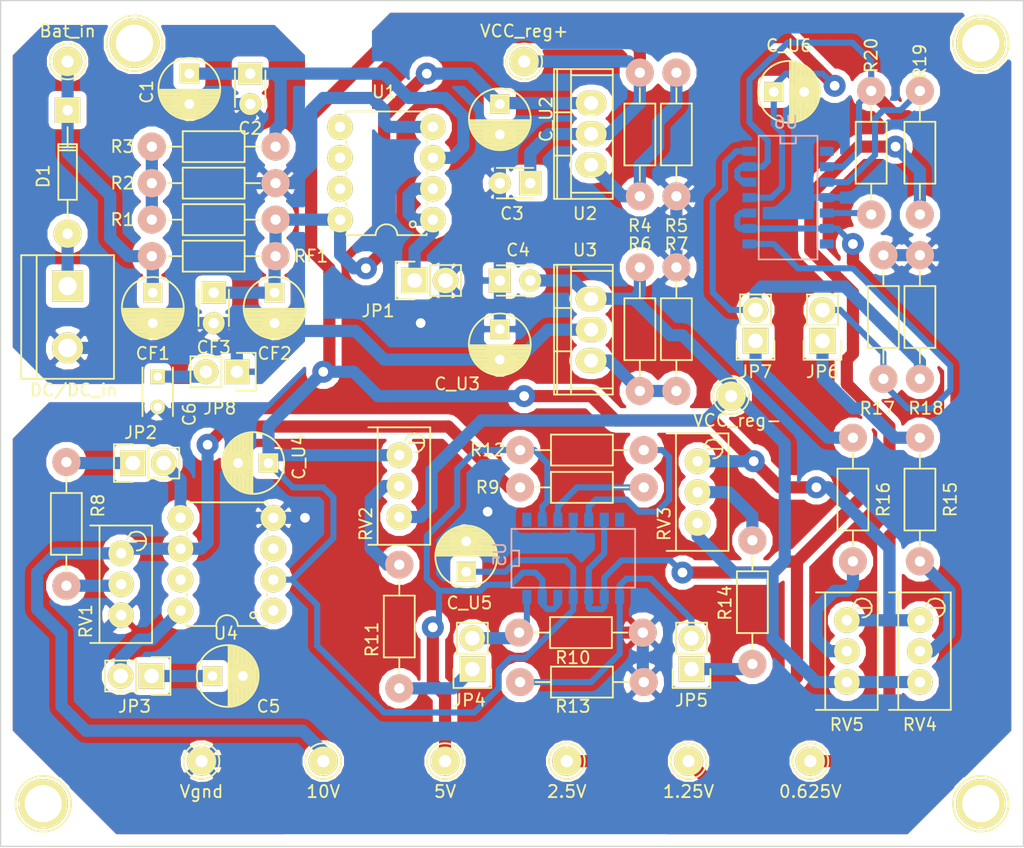
<source format=kicad_pcb>
(kicad_pcb (version 4) (host pcbnew 4.0.3-stable)
  (layers (0 F.Cu signal) (31 B.Cu signal) (34 B.Paste user) (35 F.Paste user) (36 B.SilkS user) (37 F.SilkS user hide) (38 B.Mask user) (39 F.Mask user) (44 Edge.Cuts user))
  (net 0 "")
  (net 1 ref_0.625V)
  (net 2 ref_1.25V)
  (net 3 ref_2.5V)
  (net 4 ref_5V)
  (net 5 ref_10V)
  (net 6 "Net-(C1-Pad1)")
  (net 7 Vcc-)
  (net 8 Vcc_reg+)
  (net 9 Vgnd)
  (net 10 Vcc_reg-)
  (net 11 "Net-(C5-Pad1)")
  (net 12 Vcc+)
  (net 13 GNDREF)
  (net 14 "Net-(JP2-Pad1)")
  (net 15 "Net-(JP2-Pad2)")
  (net 16 "Net-(JP3-Pad2)")
  (net 17 "Net-(JP4-Pad1)")
  (net 18 "Net-(JP4-Pad2)")
  (net 19 "Net-(JP5-Pad1)")
  (net 20 "Net-(JP5-Pad2)")
  (net 21 "Net-(JP6-Pad1)")
  (net 22 "Net-(JP6-Pad2)")
  (net 23 "Net-(JP7-Pad1)")
  (net 24 "Net-(JP7-Pad2)")
  (net 25 "Net-(R1-Pad1)")
  (net 26 "Net-(R4-Pad1)")
  (net 27 "Net-(R6-Pad2)")
  (net 28 "Net-(R8-Pad2)")
  (net 29 "Net-(R9-Pad1)")
  (net 30 "Net-(R11-Pad2)")
  (net 31 "Net-(R12-Pad1)")
  (net 32 "Net-(R14-Pad2)")
  (net 33 "Net-(R15-Pad2)")
  (net 34 "Net-(R16-Pad2)")
  (net 35 "Net-(R19-Pad1)")
  (net 36 "Net-(R20-Pad1)")
  (net 37 "Net-(Bat_in_1-Pad1)")
  (net 38 "Net-(D1-Pad2)")
  (net 39 "Net-(C6-Pad1)")
  (net 40 "Net-(U4-Pad1)")
  (net 41 "Net-(U4-Pad3)")
  (net 42 "Net-(U4-Pad7)")
  (net 43 "Net-(U5-Pad1)")
  (net 44 "Net-(U5-Pad7)")
  (net 45 "Net-(U6-Pad1)")
  (net 46 "Net-(U6-Pad7)")
  (module My_Edited:SOIC-14_N-0.75mm (layer B.Cu) (at 121.548 90.19 270)
    (fp_text reference U6 (at -6.19 0.048 360) (layer B.SilkS) (effects (justify mirror)))
    (fp_text value INA2133UA)
    (pad 1 smd rect (at -3.81 -3.302 270) (size 0.75 1.143) (layers B.Cu B.Paste B.Mask) (net 45 "Net-(U6-Pad1)"))
    (pad 2 smd rect (at -2.54 -3.302 270) (size 0.75 1.143) (layers B.Cu B.Paste B.Mask) (net 2 ref_1.25V))
    (pad 3 smd rect (at -1.27 -3.302 270) (size 0.75 1.143) (layers B.Cu B.Paste B.Mask) (net 35 "Net-(R19-Pad1)"))
    (pad 4 smd rect (at 0 -3.302 270) (size 0.75 1.143) (layers B.Cu B.Paste B.Mask) (net 9 Vgnd))
    (pad 5 smd rect (at 1.27 -3.302 270) (size 0.75 1.143) (layers B.Cu B.Paste B.Mask) (net 36 "Net-(R20-Pad1)"))
    (pad 6 smd rect (at 2.54 -3.302 270) (size 0.75 1.143) (layers B.Cu B.Paste B.Mask) (net 1 ref_0.625V))
    (pad 7 smd rect (at 3.81 -3.302 270) (size 0.75 1.143) (layers B.Cu B.Paste B.Mask) (net 46 "Net-(U6-Pad7)"))
    (pad 8 smd rect (at 3.81 3.048 270) (size 0.75 1.143) (layers B.Cu B.Paste B.Mask) (net 22 "Net-(JP6-Pad2)"))
    (pad 9 smd rect (at 2.54 3.048 270) (size 0.75 1.143) (layers B.Cu B.Paste B.Mask) (net 1 ref_0.625V))
    (pad 11 smd rect (at 0 3.048 270) (size 0.75 1.143) (layers B.Cu B.Paste B.Mask) (net 8 Vcc_reg+))
    (pad 12 smd rect (at -1.27 3.048 270) (size 0.75 1.143) (layers B.Cu B.Paste B.Mask) (net 2 ref_1.25V))
    (pad 13 smd rect (at -2.54 3.048 270) (size 0.75 1.143) (layers B.Cu B.Paste B.Mask) (net 2 ref_1.25V))
    (pad 14 smd rect (at -3.81 3.048 270) (size 0.75 1.143) (layers B.Cu B.Paste B.Mask) (net 24 "Net-(JP7-Pad2)"))
    (pad 10 smd rect (at 1.27 3.048 270) (size 0.75 1.143) (layers B.Cu B.Paste B.Mask) (net 1 ref_0.625V))
  )
  (module My_Edited:SOIC-14_N-0.75mm (layer B.Cu) (at 104.0307 119.954792)
    (fp_text reference U5 (at -6.0307 -0.454792 90) (layer B.SilkS) (effects (justify mirror)))
    (fp_text value INA2133UA)
    (pad 1 smd rect (at -3.81 -3.302) (size 0.75 1.143) (layers B.Cu B.Paste B.Mask) (net 43 "Net-(U5-Pad1)"))
    (pad 2 smd rect (at -2.54 -3.302) (size 0.75 1.143) (layers B.Cu B.Paste B.Mask) (net 4 ref_5V))
    (pad 3 smd rect (at -1.27 -3.302) (size 0.75 1.143) (layers B.Cu B.Paste B.Mask) (net 29 "Net-(R9-Pad1)"))
    (pad 4 smd rect (at 0 -3.302) (size 0.75 1.143) (layers B.Cu B.Paste B.Mask) (net 9 Vgnd))
    (pad 5 smd rect (at 1.27 -3.302) (size 0.75 1.143) (layers B.Cu B.Paste B.Mask) (net 31 "Net-(R12-Pad1)"))
    (pad 6 smd rect (at 2.54 -3.302) (size 0.75 1.143) (layers B.Cu B.Paste B.Mask) (net 3 ref_2.5V))
    (pad 7 smd rect (at 3.81 -3.302) (size 0.75 1.143) (layers B.Cu B.Paste B.Mask) (net 44 "Net-(U5-Pad7)"))
    (pad 8 smd rect (at 3.81 3.048) (size 0.75 1.143) (layers B.Cu B.Paste B.Mask) (net 20 "Net-(JP5-Pad2)"))
    (pad 9 smd rect (at 2.54 3.048) (size 0.75 1.143) (layers B.Cu B.Paste B.Mask) (net 3 ref_2.5V))
    (pad 11 smd rect (at 0 3.048) (size 0.75 1.143) (layers B.Cu B.Paste B.Mask) (net 8 Vcc_reg+))
    (pad 12 smd rect (at -1.27 3.048) (size 0.75 1.143) (layers B.Cu B.Paste B.Mask) (net 4 ref_5V))
    (pad 13 smd rect (at -2.54 3.048) (size 0.75 1.143) (layers B.Cu B.Paste B.Mask) (net 4 ref_5V))
    (pad 14 smd rect (at -3.81 3.048) (size 0.75 1.143) (layers B.Cu B.Paste B.Mask) (net 18 "Net-(JP4-Pad2)"))
    (pad 10 smd rect (at 1.27 3.048) (size 0.75 1.143) (layers B.Cu B.Paste B.Mask) (net 3 ref_2.5V))
  )
  (module Connect:1pin (layer F.Cu) (at 68 77.5)
    (fp_text reference "" (at 4.5 -1.5) (layer F.SilkS))
    (fp_text value 1pin)
    (pad 1 thru_hole circle (at 0 0) (size 4.064 4.064) (drill 3.048) (layers *.Cu *.Mask F.SilkS))
  )
  (module Connect:1pin (layer F.Cu) (at 137.5 77.5)
    (fp_text reference "" (at 0 -3.048) (layer F.SilkS))
    (fp_text value 1pin)
    (pad 1 thru_hole circle (at 0 0) (size 4.064 4.064) (drill 3.048) (layers *.Cu *.Mask F.SilkS))
  )
  (module My_Edited:Potentiometer-pinlinear-2.1-0.85mm (layer F.Cu) (at 66.90035 119.421396 180)
    (fp_text reference RV1 (at 2.90035 -5.578604 270) (layer F.SilkS))
    (fp_text value 20k)
    (pad 2 thru_hole circle (at 0 -2.54 180) (size 2.1 2.1) (drill 0.85) (layers *.Cu *.Mask F.SilkS) (net 28 "Net-(R8-Pad2)"))
    (pad 3 thru_hole circle (at 0 -5.08 180) (size 2.1 2.1) (drill 0.85) (layers *.Cu *.Mask F.SilkS) (net 9 Vgnd))
    (pad 1 thru_hole circle (at 0 0 180) (size 2.1 2.1) (drill 0.85) (layers *.Cu *.Mask F.SilkS) (net 5 ref_10V))
  )
  (module My_Edited:Potentiometer-pinlinear-2.1-0.85mm (layer F.Cu) (at 89.742314 111.353004 180)
    (fp_text reference RV2 (at 2.742314 -5.646996 270) (layer F.SilkS))
    (fp_text value 100k)
    (pad 2 thru_hole circle (at 0 -2.54 180) (size 2.1 2.1) (drill 0.85) (layers *.Cu *.Mask F.SilkS) (net 30 "Net-(R11-Pad2)"))
    (pad 3 thru_hole circle (at 0 -5.08 180) (size 2.1 2.1) (drill 0.85) (layers *.Cu *.Mask F.SilkS) (net 10 Vcc_reg-))
    (pad 1 thru_hole circle (at 0 0 180) (size 2.1 2.1) (drill 0.85) (layers *.Cu *.Mask F.SilkS) (net 8 Vcc_reg+))
  )
  (module My_Edited:Potentiometer-pinlinear-2.1-0.85mm (layer F.Cu) (at 114.242314 111.853004 180)
    (fp_text reference RV3 (at 2.742314 -5.146996 270) (layer F.SilkS))
    (fp_text value 100k)
    (pad 2 thru_hole circle (at 0 -2.54 180) (size 2.1 2.1) (drill 0.85) (layers *.Cu *.Mask F.SilkS) (net 32 "Net-(R14-Pad2)"))
    (pad 3 thru_hole circle (at 0 -5.08 180) (size 2.1 2.1) (drill 0.85) (layers *.Cu *.Mask F.SilkS) (net 10 Vcc_reg-))
    (pad 1 thru_hole circle (at 0 0 180) (size 2.1 2.1) (drill 0.85) (layers *.Cu *.Mask F.SilkS) (net 8 Vcc_reg+))
  )
  (module My_Edited:Potentiometer-pinlinear-2.1-0.85mm (layer F.Cu) (at 132.5 124.92 180)
    (fp_text reference RV4 (at 0 -8.58 180) (layer F.SilkS))
    (fp_text value 100k)
    (pad 2 thru_hole circle (at 0 -2.54 180) (size 2.1 2.1) (drill 0.85) (layers *.Cu *.Mask F.SilkS) (net 33 "Net-(R15-Pad2)"))
    (pad 3 thru_hole circle (at 0 -5.08 180) (size 2.1 2.1) (drill 0.85) (layers *.Cu *.Mask F.SilkS) (net 10 Vcc_reg-))
    (pad 1 thru_hole circle (at 0 0 180) (size 2.1 2.1) (drill 0.85) (layers *.Cu *.Mask F.SilkS) (net 8 Vcc_reg+))
  )
  (module My_Edited:Potentiometer-pinlinear-2.1-0.85mm (layer F.Cu) (at 126.5 124.92 180)
    (fp_text reference RV5 (at 0 -8.58 180) (layer F.SilkS))
    (fp_text value 100k)
    (pad 2 thru_hole circle (at 0 -2.54 180) (size 2.1 2.1) (drill 0.85) (layers *.Cu *.Mask F.SilkS) (net 34 "Net-(R16-Pad2)"))
    (pad 3 thru_hole circle (at 0 -5.08 180) (size 2.1 2.1) (drill 0.85) (layers *.Cu *.Mask F.SilkS) (net 10 Vcc_reg-))
    (pad 1 thru_hole circle (at 0 0 180) (size 2.1 2.1) (drill 0.85) (layers *.Cu *.Mask F.SilkS) (net 8 Vcc_reg+))
  )
  (module My_Edited:PDIP-8-3d-2.1-0.85mm (layer F.Cu) (at 88.69 88.19 90)
    (fp_text reference U1 (at 6.69 -0.19 180) (layer F.SilkS))
    (fp_text value LM358)
    (pad 1 thru_hole circle (at -3.81 3.81 90) (size 2.1 2.1) (drill 0.85) (layers *.Cu *.Mask F.SilkS) (net 13 GNDREF))
    (pad 2 thru_hole circle (at -1.27 3.81 90) (size 2.1 2.1) (drill 0.85) (layers *.Cu *.Mask F.SilkS) (net 13 GNDREF))
    (pad 3 thru_hole circle (at 1.27 3.81 90) (size 2.1 2.1) (drill 0.85) (layers *.Cu *.Mask F.SilkS) (net 6 "Net-(C1-Pad1)"))
    (pad 4 thru_hole circle (at 3.81 3.81 90) (size 2.1 2.1) (drill 0.85) (layers *.Cu *.Mask F.SilkS) (net 7 Vcc-))
    (pad 5 thru_hole circle (at 3.81 -3.81 90) (size 2.1 2.1) (drill 0.85) (layers *.Cu *.Mask F.SilkS))
    (pad 6 thru_hole circle (at 1.27 -3.81 90) (size 2.1 2.1) (drill 0.85) (layers *.Cu *.Mask F.SilkS))
    (pad 7 thru_hole circle (at -1.27 -3.81 90) (size 2.1 2.1) (drill 0.85) (layers *.Cu *.Mask F.SilkS))
    (pad 8 thru_hole circle (at -3.81 -3.81 90) (size 2.1 2.1) (drill 0.85) (layers *.Cu *.Mask F.SilkS) (net 12 Vcc+))
  )
  (module My_Edited:PDIP-8-3d-2.1-0.85mm (layer F.Cu) (at 75.59035 120.311396 90)
    (fp_text reference U4 (at -5.688604 -0.09035 180) (layer F.SilkS))
    (fp_text value REF102BP)
    (pad 1 thru_hole circle (at -3.81 3.81 90) (size 2.1 2.1) (drill 0.85) (layers *.Cu *.Mask F.SilkS) (net 40 "Net-(U4-Pad1)"))
    (pad 2 thru_hole circle (at -1.27 3.81 90) (size 2.1 2.1) (drill 0.85) (layers *.Cu *.Mask F.SilkS) (net 8 Vcc_reg+))
    (pad 3 thru_hole circle (at 1.27 3.81 90) (size 2.1 2.1) (drill 0.85) (layers *.Cu *.Mask F.SilkS) (net 41 "Net-(U4-Pad3)"))
    (pad 4 thru_hole circle (at 3.81 3.81 90) (size 2.1 2.1) (drill 0.85) (layers *.Cu *.Mask F.SilkS) (net 9 Vgnd))
    (pad 5 thru_hole circle (at 3.81 -3.81 90) (size 2.1 2.1) (drill 0.85) (layers *.Cu *.Mask F.SilkS) (net 15 "Net-(JP2-Pad2)"))
    (pad 6 thru_hole circle (at 1.27 -3.81 90) (size 2.1 2.1) (drill 0.85) (layers *.Cu *.Mask F.SilkS) (net 5 ref_10V))
    (pad 7 thru_hole circle (at -1.27 -3.81 90) (size 2.1 2.1) (drill 0.85) (layers *.Cu *.Mask F.SilkS) (net 42 "Net-(U4-Pad7)"))
    (pad 8 thru_hole circle (at -3.81 -3.81 90) (size 2.1 2.1) (drill 0.85) (layers *.Cu *.Mask F.SilkS) (net 16 "Net-(JP3-Pad2)"))
  )
  (module My_Edited:PINTST-2.4-1.0mm (layer F.Cu) (at 123.5 136.5)
    (fp_text reference 0.625V (at 0 2.5) (layer F.SilkS))
    (fp_text value CONN_01X01)
    (pad 1 thru_hole circle (at 0 0) (size 2.4 2.4) (drill 1) (layers *.Cu *.Mask F.SilkS) (net 1 ref_0.625V) (clearance 0.2))
  )
  (module My_Edited:PINTST-2.4-1.0mm (layer F.Cu) (at 113.5 136.5)
    (fp_text reference 1.25V (at 0 2.5) (layer F.SilkS))
    (fp_text value CONN_01X01)
    (pad 1 thru_hole circle (at 0 0) (size 2.4 2.4) (drill 1) (layers *.Cu *.Mask F.SilkS) (net 2 ref_1.25V) (clearance 0.2))
  )
  (module My_Edited:PINTST-2.4-1.0mm (layer F.Cu) (at 103.5 136.5)
    (fp_text reference 2.5V (at 0 2.5) (layer F.SilkS))
    (fp_text value CONN_01X01)
    (pad 1 thru_hole circle (at 0 0) (size 2.4 2.4) (drill 1) (layers *.Cu *.Mask F.SilkS) (net 3 ref_2.5V) (clearance 0.2))
  )
  (module My_Edited:PINTST-2.4-1.0mm (layer F.Cu) (at 93.5 136.5)
    (fp_text reference 5V (at 0 2.5) (layer F.SilkS))
    (fp_text value CONN_01X01)
    (pad 1 thru_hole circle (at 0 0) (size 2.4 2.4) (drill 1) (layers *.Cu *.Mask F.SilkS) (net 4 ref_5V) (clearance 0.2))
  )
  (module My_Edited:PINTST-2.4-1.0mm (layer F.Cu) (at 83.5 136.5)
    (fp_text reference 10V (at 0 2.5) (layer F.SilkS))
    (fp_text value CONN_01X01)
    (pad 1 thru_hole circle (at 0 0) (size 2.4 2.4) (drill 1) (layers *.Cu *.Mask F.SilkS) (net 5 ref_10V) (clearance 0.2))
  )
  (module My_Edited:PINTST-2.4-1.0mm (layer F.Cu) (at 62.5 79)
    (fp_text reference Bat_in (at 0 -2.5) (layer F.SilkS))
    (fp_text value CONN_01X01)
    (pad 1 thru_hole circle (at 0 0) (size 2.4 2.4) (drill 1) (layers *.Cu *.Mask F.SilkS) (net 37 "Net-(Bat_in_1-Pad1)") (clearance 0.2))
  )
  (module My_Edited:PINTST-2.4-1.0mm (layer F.Cu) (at 73.5 136.5)
    (fp_text reference Vgnd (at 0 2.5) (layer F.SilkS))
    (fp_text value CONN_01X01)
    (pad 1 thru_hole circle (at 0 0) (size 2.4 2.4) (drill 1) (layers *.Cu *.Mask F.SilkS) (net 9 Vgnd) (clearance 0.2))
  )
  (module My_Edited:C_Disc_D3_P2.5-1.8-0.85mm (layer F.Cu) (at 77.5 80 270)
    (fp_text reference C2 (at 4.5 0 360) (layer F.SilkS))
    (fp_text value 100nF)
    (pad 1 thru_hole rect (at 0 0 270) (size 1.8 2) (drill 0.85) (layers *.Cu *.Mask F.SilkS) (net 6 "Net-(C1-Pad1)"))
    (pad 2 thru_hole circle (at 2.5 0 270) (size 1.8 1.8) (drill 0.85) (layers *.Cu *.Mask F.SilkS) (net 7 Vcc-))
  )
  (module My_Edited:C_Disc_D3_P2.5-1.8-0.85mm (layer F.Cu) (at 100.5 89 180)
    (fp_text reference C3 (at 1.5 -2.5 360) (layer F.SilkS))
    (fp_text value 100nF)
    (pad 1 thru_hole rect (at 0 0 180) (size 1.8 2) (drill 0.85) (layers *.Cu *.Mask F.SilkS) (net 8 Vcc_reg+))
    (pad 2 thru_hole circle (at 2.5 0 180) (size 1.8 1.8) (drill 0.85) (layers *.Cu *.Mask F.SilkS) (net 9 Vgnd))
  )
  (module My_Edited:C_Disc_D3_P2.5-1.8-0.85mm (layer F.Cu) (at 98 97)
    (fp_text reference C4 (at 1.5 -2.5 180) (layer F.SilkS))
    (fp_text value 100nF)
    (pad 1 thru_hole rect (at 0 0) (size 1.8 2) (drill 0.85) (layers *.Cu *.Mask F.SilkS) (net 9 Vgnd))
    (pad 2 thru_hole circle (at 2.5 0) (size 1.8 1.8) (drill 0.85) (layers *.Cu *.Mask F.SilkS) (net 10 Vcc_reg-))
  )
  (module My_Edited:C_Disc_D3_P2.5-1.8-0.85mm (layer F.Cu) (at 74.5 98 270)
    (fp_text reference CF3 (at 4.5 0 360) (layer F.SilkS))
    (fp_text value 100nF)
    (pad 1 thru_hole rect (at 0 0 270) (size 1.8 2) (drill 0.85) (layers *.Cu *.Mask F.SilkS) (net 12 Vcc+))
    (pad 2 thru_hole circle (at 2.5 0 270) (size 1.8 1.8) (drill 0.85) (layers *.Cu *.Mask F.SilkS) (net 7 Vcc-))
  )
  (module My_Edited:Pin_Header_Straight_1x02-2,1-1,2mm (layer F.Cu) (at 91 97 90)
    (fp_text reference JP1 (at -2.5 -3 180) (layer F.SilkS))
    (fp_text value JUMPER)
    (pad 1 thru_hole rect (at 0 0 90) (size 2.1 2.1) (drill 1.2) (layers *.Cu *.Mask F.SilkS) (net 13 GNDREF))
    (pad 2 thru_hole circle (at 0 2.54 90) (size 2.1 2.1) (drill 1.2) (layers *.Cu *.Mask F.SilkS) (net 9 Vgnd))
  )
  (module My_Edited:Pin_Header_Straight_1x02-2,1-1,2mm (layer F.Cu) (at 67.86035 112.001396 90)
    (fp_text reference JP2 (at 2.501396 0.63965 180) (layer F.SilkS))
    (fp_text value JUMPER)
    (pad 1 thru_hole rect (at 0 0 90) (size 2.1 2.1) (drill 1.2) (layers *.Cu *.Mask F.SilkS) (net 14 "Net-(JP2-Pad1)"))
    (pad 2 thru_hole circle (at 0 2.54 90) (size 2.1 2.1) (drill 1.2) (layers *.Cu *.Mask F.SilkS) (net 15 "Net-(JP2-Pad2)"))
  )
  (module My_Edited:Pin_Header_Straight_1x02-2,1-1,2mm (layer F.Cu) (at 69.40035 129.501396 270)
    (fp_text reference JP3 (at 2.498604 1.40035 360) (layer F.SilkS))
    (fp_text value JUMPER)
    (pad 1 thru_hole rect (at 0 0 270) (size 2.1 2.1) (drill 1.2) (layers *.Cu *.Mask F.SilkS) (net 11 "Net-(C5-Pad1)"))
    (pad 2 thru_hole circle (at 0 2.54 270) (size 2.1 2.1) (drill 1.2) (layers *.Cu *.Mask F.SilkS) (net 16 "Net-(JP3-Pad2)"))
  )
  (module My_Edited:Pin_Header_Straight_1x02-2,1-1,2mm (layer F.Cu) (at 95.742314 128.933004 180)
    (fp_text reference JP4 (at 0.242314 -2.566996 180) (layer F.SilkS))
    (fp_text value JUMPER)
    (pad 1 thru_hole rect (at 0 0 180) (size 2.1 2.1) (drill 1.2) (layers *.Cu *.Mask F.SilkS) (net 17 "Net-(JP4-Pad1)"))
    (pad 2 thru_hole circle (at 0 2.54 180) (size 2.1 2.1) (drill 1.2) (layers *.Cu *.Mask F.SilkS) (net 18 "Net-(JP4-Pad2)"))
  )
  (module My_Edited:Pin_Header_Straight_1x02-2,1-1,2mm (layer F.Cu) (at 113.742314 128.933004 180)
    (fp_text reference JP5 (at 0 -2.566996 180) (layer F.SilkS))
    (fp_text value JUMPER)
    (pad 1 thru_hole rect (at 0 0 180) (size 2.1 2.1) (drill 1.2) (layers *.Cu *.Mask F.SilkS) (net 19 "Net-(JP5-Pad1)"))
    (pad 2 thru_hole circle (at 0 2.54 180) (size 2.1 2.1) (drill 1.2) (layers *.Cu *.Mask F.SilkS) (net 20 "Net-(JP5-Pad2)"))
  )
  (module My_Edited:Pin_Header_Straight_1x02-2,1-1,2mm (layer F.Cu) (at 124.5 101.96 180)
    (fp_text reference JP6 (at 0 -2.54 180) (layer F.SilkS))
    (fp_text value JUMPER)
    (pad 1 thru_hole rect (at 0 0 180) (size 2.1 2.1) (drill 1.2) (layers *.Cu *.Mask F.SilkS) (net 21 "Net-(JP6-Pad1)"))
    (pad 2 thru_hole circle (at 0 2.54 180) (size 2.1 2.1) (drill 1.2) (layers *.Cu *.Mask F.SilkS) (net 22 "Net-(JP6-Pad2)"))
  )
  (module My_Edited:Pin_Header_Straight_1x02-2,1-1,2mm (layer F.Cu) (at 119 101.96 180)
    (fp_text reference JP7 (at 0 -2.54 180) (layer F.SilkS))
    (fp_text value JUMPER)
    (pad 1 thru_hole rect (at 0 0 180) (size 2.1 2.1) (drill 1.2) (layers *.Cu *.Mask F.SilkS) (net 23 "Net-(JP7-Pad1)"))
    (pad 2 thru_hole circle (at 0 2.54 180) (size 2.1 2.1) (drill 1.2) (layers *.Cu *.Mask F.SilkS) (net 24 "Net-(JP7-Pad2)"))
  )
  (module My_Edited:Resistor_Horizontal_RM10mm-2.3-0.85mm (layer F.Cu) (at 74.5 95 180)
    (fp_text reference RF1 (at -8 0 180) (layer F.SilkS))
    (fp_text value 22)
    (pad 1 thru_hole circle (at -5.08 0 180) (size 2.3 2.3) (drill 0.85) (layers *.Cu *.SilkS *.Mask) (net 12 Vcc+))
    (pad 2 thru_hole circle (at 5.08 0 180) (size 2.3 2.3) (drill 0.85) (layers *.Cu *.SilkS *.Mask) (net 37 "Net-(Bat_in_1-Pad1)"))
  )
  (module My_Edited:Resistor_Horizontal_RM10mm-2.3-0.85mm (layer F.Cu) (at 128.5 86.5 90)
    (fp_text reference R20 (at 8 0 90) (layer F.SilkS))
    (fp_text value 10)
    (pad 1 thru_hole circle (at -5.08 0 90) (size 2.3 2.3) (drill 0.85) (layers *.Cu *.SilkS *.Mask) (net 36 "Net-(R20-Pad1)"))
    (pad 2 thru_hole circle (at 5.08 0 90) (size 2.3 2.3) (drill 0.85) (layers *.Cu *.SilkS *.Mask) (net 2 ref_1.25V))
  )
  (module My_Edited:Resistor_Horizontal_RM10mm-2.3-0.85mm (layer F.Cu) (at 132.5 86.5 270)
    (fp_text reference R19 (at -7.5 0 270) (layer F.SilkS))
    (fp_text value 10)
    (pad 1 thru_hole circle (at -5.08 0 270) (size 2.3 2.3) (drill 0.85) (layers *.Cu *.SilkS *.Mask) (net 35 "Net-(R19-Pad1)"))
    (pad 2 thru_hole circle (at 5.08 0 270) (size 2.3 2.3) (drill 0.85) (layers *.Cu *.SilkS *.Mask) (net 3 ref_2.5V))
  )
  (module My_Edited:Resistor_Horizontal_RM10mm-2.3-0.85mm (layer F.Cu) (at 132.5 100 90)
    (fp_text reference R18 (at -7.5 0.5 180) (layer F.SilkS))
    (fp_text value 10)
    (pad 1 thru_hole circle (at -5.08 0 90) (size 2.3 2.3) (drill 0.85) (layers *.Cu *.SilkS *.Mask) (net 24 "Net-(JP7-Pad2)"))
    (pad 2 thru_hole circle (at 5.08 0 90) (size 2.3 2.3) (drill 0.85) (layers *.Cu *.SilkS *.Mask) (net 9 Vgnd))
  )
  (module My_Edited:Resistor_Horizontal_RM10mm-2.3-0.85mm (layer F.Cu) (at 129.5 100 90)
    (fp_text reference R17 (at -7.5 -0.5 180) (layer F.SilkS))
    (fp_text value 10)
    (pad 1 thru_hole circle (at -5.08 0 90) (size 2.3 2.3) (drill 0.85) (layers *.Cu *.SilkS *.Mask) (net 22 "Net-(JP6-Pad2)"))
    (pad 2 thru_hole circle (at 5.08 0 90) (size 2.3 2.3) (drill 0.85) (layers *.Cu *.SilkS *.Mask) (net 9 Vgnd))
  )
  (module My_Edited:Resistor_Horizontal_RM10mm-2.3-0.85mm (layer F.Cu) (at 127 115 270)
    (fp_text reference R16 (at 0 -2.5 270) (layer F.SilkS))
    (fp_text value 1.2k)
    (pad 1 thru_hole circle (at -5.08 0 270) (size 2.3 2.3) (drill 0.85) (layers *.Cu *.SilkS *.Mask) (net 23 "Net-(JP7-Pad1)"))
    (pad 2 thru_hole circle (at 5.08 0 270) (size 2.3 2.3) (drill 0.85) (layers *.Cu *.SilkS *.Mask) (net 34 "Net-(R16-Pad2)"))
  )
  (module My_Edited:Resistor_Horizontal_RM10mm-2.3-0.85mm (layer F.Cu) (at 132.5 115 270)
    (fp_text reference R15 (at 0 -2.5 270) (layer F.SilkS))
    (fp_text value 1.2k)
    (pad 1 thru_hole circle (at -5.08 0 270) (size 2.3 2.3) (drill 0.85) (layers *.Cu *.SilkS *.Mask) (net 21 "Net-(JP6-Pad1)"))
    (pad 2 thru_hole circle (at 5.08 0 270) (size 2.3 2.3) (drill 0.85) (layers *.Cu *.SilkS *.Mask) (net 33 "Net-(R15-Pad2)"))
  )
  (module My_Edited:Resistor_Horizontal_RM10mm-2.3-0.85mm (layer F.Cu) (at 118.742314 123.433004 90)
    (fp_text reference R14 (at -0.066996 -2.242314 90) (layer F.SilkS))
    (fp_text value 1.2k)
    (pad 1 thru_hole circle (at -5.08 0 90) (size 2.3 2.3) (drill 0.85) (layers *.Cu *.SilkS *.Mask) (net 19 "Net-(JP5-Pad1)"))
    (pad 2 thru_hole circle (at 5.08 0 90) (size 2.3 2.3) (drill 0.85) (layers *.Cu *.SilkS *.Mask) (net 32 "Net-(R14-Pad2)"))
  )
  (module My_Edited:Resistor_Horizontal_RM10mm-2.3-0.85mm (layer F.Cu) (at 104.742314 130.001396)
    (fp_text reference R13 (at -0.742314 1.998604) (layer F.SilkS))
    (fp_text value 10)
    (pad 1 thru_hole circle (at -5.08 0) (size 2.3 2.3) (drill 0.85) (layers *.Cu *.SilkS *.Mask) (net 20 "Net-(JP5-Pad2)"))
    (pad 2 thru_hole circle (at 5.08 0) (size 2.3 2.3) (drill 0.85) (layers *.Cu *.SilkS *.Mask) (net 9 Vgnd))
  )
  (module My_Edited:Resistor_Horizontal_RM10mm-2.3-0.85mm (layer F.Cu) (at 104.742314 110.933004 180)
    (fp_text reference R12 (at 7.742314 0 180) (layer F.SilkS))
    (fp_text value 10)
    (pad 1 thru_hole circle (at -5.08 0 180) (size 2.3 2.3) (drill 0.85) (layers *.Cu *.SilkS *.Mask) (net 31 "Net-(R12-Pad1)"))
    (pad 2 thru_hole circle (at 5.08 0 180) (size 2.3 2.3) (drill 0.85) (layers *.Cu *.SilkS *.Mask) (net 4 ref_5V))
  )
  (module My_Edited:Resistor_Horizontal_RM10mm-2.3-0.85mm (layer F.Cu) (at 89.742314 125.433004 90)
    (fp_text reference R11 (at -1.066996 -2.242314 90) (layer F.SilkS))
    (fp_text value 1.2k)
    (pad 1 thru_hole circle (at -5.08 0 90) (size 2.3 2.3) (drill 0.85) (layers *.Cu *.SilkS *.Mask) (net 17 "Net-(JP4-Pad1)"))
    (pad 2 thru_hole circle (at 5.08 0 90) (size 2.3 2.3) (drill 0.85) (layers *.Cu *.SilkS *.Mask) (net 30 "Net-(R11-Pad2)"))
  )
  (module My_Edited:Resistor_Horizontal_RM10mm-2.3-0.85mm (layer F.Cu) (at 104.662314 125.933004)
    (fp_text reference R10 (at -0.662314 2.066996) (layer F.SilkS))
    (fp_text value 10)
    (pad 1 thru_hole circle (at -5.08 0) (size 2.3 2.3) (drill 0.85) (layers *.Cu *.SilkS *.Mask) (net 18 "Net-(JP4-Pad2)"))
    (pad 2 thru_hole circle (at 5.08 0) (size 2.3 2.3) (drill 0.85) (layers *.Cu *.SilkS *.Mask) (net 9 Vgnd))
  )
  (module My_Edited:Resistor_Horizontal_RM10mm-2.3-0.85mm (layer F.Cu) (at 104.742314 114.002792 180)
    (fp_text reference R9 (at 7.742314 0.002792 180) (layer F.SilkS))
    (fp_text value 10)
    (pad 1 thru_hole circle (at -5.08 0 180) (size 2.3 2.3) (drill 0.85) (layers *.Cu *.SilkS *.Mask) (net 29 "Net-(R9-Pad1)"))
    (pad 2 thru_hole circle (at 5.08 0 180) (size 2.3 2.3) (drill 0.85) (layers *.Cu *.SilkS *.Mask) (net 5 ref_10V))
  )
  (module My_Edited:Resistor_Horizontal_RM10mm-2.3-0.85mm (layer F.Cu) (at 62.40035 117.001396 270)
    (fp_text reference R8 (at -1.501396 -2.59965 270) (layer F.SilkS))
    (fp_text value 1M)
    (pad 1 thru_hole circle (at -5.08 0 270) (size 2.3 2.3) (drill 0.85) (layers *.Cu *.SilkS *.Mask) (net 14 "Net-(JP2-Pad1)"))
    (pad 2 thru_hole circle (at 5.08 0 270) (size 2.3 2.3) (drill 0.85) (layers *.Cu *.SilkS *.Mask) (net 28 "Net-(R8-Pad2)"))
  )
  (module My_Edited:Resistor_Horizontal_RM10mm-2.3-0.85mm (layer F.Cu) (at 112.5 101 90)
    (fp_text reference R7 (at 7 0 180) (layer F.SilkS))
    (fp_text value 330)
    (pad 1 thru_hole circle (at -5.08 0 90) (size 2.3 2.3) (drill 0.85) (layers *.Cu *.SilkS *.Mask) (net 27 "Net-(R6-Pad2)"))
    (pad 2 thru_hole circle (at 5.08 0 90) (size 2.3 2.3) (drill 0.85) (layers *.Cu *.SilkS *.Mask) (net 9 Vgnd))
  )
  (module My_Edited:Resistor_Horizontal_RM10mm-2.3-0.85mm (layer F.Cu) (at 109.5 101 270)
    (fp_text reference R6 (at -7 0 360) (layer F.SilkS))
    (fp_text value 470)
    (pad 1 thru_hole circle (at -5.08 0 270) (size 2.3 2.3) (drill 0.85) (layers *.Cu *.SilkS *.Mask) (net 10 Vcc_reg-))
    (pad 2 thru_hole circle (at 5.08 0 270) (size 2.3 2.3) (drill 0.85) (layers *.Cu *.SilkS *.Mask) (net 27 "Net-(R6-Pad2)"))
  )
  (module My_Edited:Resistor_Horizontal_RM10mm-2.3-0.85mm (layer F.Cu) (at 112.5 85 90)
    (fp_text reference R5 (at -7.5 0 180) (layer F.SilkS))
    (fp_text value 3k9)
    (pad 1 thru_hole circle (at -5.08 0 90) (size 2.3 2.3) (drill 0.85) (layers *.Cu *.SilkS *.Mask) (net 9 Vgnd))
    (pad 2 thru_hole circle (at 5.08 0 90) (size 2.3 2.3) (drill 0.85) (layers *.Cu *.SilkS *.Mask) (net 26 "Net-(R4-Pad1)"))
  )
  (module My_Edited:Resistor_Horizontal_RM10mm-2.3-0.85mm (layer F.Cu) (at 109.5 85 90)
    (fp_text reference R4 (at -7.5 0 180) (layer F.SilkS))
    (fp_text value 470)
    (pad 1 thru_hole circle (at -5.08 0 90) (size 2.3 2.3) (drill 0.85) (layers *.Cu *.SilkS *.Mask) (net 26 "Net-(R4-Pad1)"))
    (pad 2 thru_hole circle (at 5.08 0 90) (size 2.3 2.3) (drill 0.85) (layers *.Cu *.SilkS *.Mask) (net 8 Vcc_reg+))
  )
  (module My_Edited:Resistor_Horizontal_RM10mm-2.3-0.85mm (layer F.Cu) (at 74.5 86 180)
    (fp_text reference R3 (at 7.5 0 180) (layer F.SilkS))
    (fp_text value 100k)
    (pad 1 thru_hole circle (at -5.08 0 180) (size 2.3 2.3) (drill 0.85) (layers *.Cu *.SilkS *.Mask) (net 6 "Net-(C1-Pad1)"))
    (pad 2 thru_hole circle (at 5.08 0 180) (size 2.3 2.3) (drill 0.85) (layers *.Cu *.SilkS *.Mask) (net 25 "Net-(R1-Pad1)"))
  )
  (module My_Edited:Resistor_Horizontal_RM10mm-2.3-0.85mm (layer F.Cu) (at 74.5 89 180)
    (fp_text reference R2 (at 7.5 0 180) (layer F.SilkS))
    (fp_text value 2k2)
    (pad 1 thru_hole circle (at -5.08 0 180) (size 2.3 2.3) (drill 0.85) (layers *.Cu *.SilkS *.Mask) (net 7 Vcc-))
    (pad 2 thru_hole circle (at 5.08 0 180) (size 2.3 2.3) (drill 0.85) (layers *.Cu *.SilkS *.Mask) (net 25 "Net-(R1-Pad1)"))
  )
  (module My_Edited:Resistor_Horizontal_RM10mm-2.3-0.85mm (layer F.Cu) (at 74.5 92)
    (fp_text reference R1 (at -7.5 0) (layer F.SilkS))
    (fp_text value 10k)
    (pad 1 thru_hole circle (at -5.08 0) (size 2.3 2.3) (drill 0.85) (layers *.Cu *.SilkS *.Mask) (net 25 "Net-(R1-Pad1)"))
    (pad 2 thru_hole circle (at 5.08 0) (size 2.3 2.3) (drill 0.85) (layers *.Cu *.SilkS *.Mask) (net 12 Vcc+))
  )
  (module My_Edited:TO-220-3d (layer F.Cu) (at 105.5 84.96 90)
    (fp_text reference U2 (at -6.54 -0.5 180) (layer F.SilkS))
    (fp_text value LM317AT)
    (pad 2 thru_hole oval (at 0 0 90) (size 2.032 2.54) (drill 1.143) (layers *.Cu *.Mask F.SilkS) (net 8 Vcc_reg+))
    (pad 3 thru_hole oval (at 2.54 0 90) (size 2.032 2.54) (drill 1.143) (layers *.Cu *.Mask F.SilkS) (net 12 Vcc+))
    (pad 1 thru_hole oval (at -2.54 0 90) (size 2.032 2.54) (drill 1.143) (layers *.Cu *.Mask F.SilkS) (net 26 "Net-(R4-Pad1)"))
  )
  (module My_Edited:TO-220-3d (layer F.Cu) (at 105.5 101.04 90)
    (fp_text reference U3 (at 6.54 -0.5 180) (layer F.SilkS))
    (fp_text value LM337T)
    (pad 2 thru_hole oval (at 0 0 90) (size 2.032 2.54) (drill 1.143) (layers *.Cu *.Mask F.SilkS) (net 7 Vcc-))
    (pad 3 thru_hole oval (at 2.54 0 90) (size 2.032 2.54) (drill 1.143) (layers *.Cu *.Mask F.SilkS) (net 10 Vcc_reg-))
    (pad 1 thru_hole oval (at -2.54 0 90) (size 2.032 2.54) (drill 1.143) (layers *.Cu *.Mask F.SilkS) (net 27 "Net-(R6-Pad2)"))
  )
  (module My_Edited:C_Radial_D5_L6_P2.5-1.6mm (layer F.Cu) (at 120.5 81.5)
    (fp_text reference C_U6 (at 1.25 -3.8) (layer F.SilkS))
    (fp_text value 1uF)
    (pad 1 thru_hole rect (at 0 0) (size 1.6 1.6) (drill 0.8) (layers *.Cu *.Mask F.SilkS) (net 8 Vcc_reg+))
    (pad 2 thru_hole circle (at 2.5 0) (size 1.8 1.8) (drill 0.8) (layers *.Cu *.Mask F.SilkS) (net 9 Vgnd))
  )
  (module My_Edited:C_Radial_D5_L6_P2.5-1.6mm (layer F.Cu) (at 95.242314 120.933004 90)
    (fp_text reference C_U5 (at -2.566996 0.257686 180) (layer F.SilkS))
    (fp_text value 1uF)
    (pad 1 thru_hole rect (at 0 0 90) (size 1.6 1.6) (drill 0.8) (layers *.Cu *.Mask F.SilkS) (net 8 Vcc_reg+))
    (pad 2 thru_hole circle (at 2.5 0 90) (size 1.8 1.8) (drill 0.8) (layers *.Cu *.Mask F.SilkS) (net 9 Vgnd))
  )
  (module My_Edited:C_Radial_D5_L6_P2.5-1.6mm (layer F.Cu) (at 79 112 180)
    (fp_text reference C_U4 (at -2.5 0.5 270) (layer F.SilkS))
    (fp_text value 1uF)
    (pad 1 thru_hole rect (at 0 0 180) (size 1.6 1.6) (drill 0.8) (layers *.Cu *.Mask F.SilkS) (net 8 Vcc_reg+))
    (pad 2 thru_hole circle (at 2.5 0 180) (size 1.8 1.8) (drill 0.8) (layers *.Cu *.Mask F.SilkS) (net 9 Vgnd))
  )
  (module My_Edited:C_Radial_D5_L6_P2.5-1.6mm (layer F.Cu) (at 98 101 270)
    (fp_text reference C_U3 (at 4.5 3.5 360) (layer F.SilkS))
    (fp_text value 10uF)
    (pad 1 thru_hole rect (at 0 0 270) (size 1.6 1.6) (drill 0.8) (layers *.Cu *.Mask F.SilkS) (net 9 Vgnd))
    (pad 2 thru_hole circle (at 2.5 0 270) (size 1.8 1.8) (drill 0.8) (layers *.Cu *.Mask F.SilkS) (net 7 Vcc-))
  )
  (module My_Edited:C_Radial_D5_L6_P2.5-1.6mm (layer F.Cu) (at 98 82.5 270)
    (fp_text reference C_U2 (at 1.25 -3.8 270) (layer F.SilkS))
    (fp_text value 10uF)
    (pad 1 thru_hole rect (at 0 0 270) (size 1.6 1.6) (drill 0.8) (layers *.Cu *.Mask F.SilkS) (net 12 Vcc+))
    (pad 2 thru_hole circle (at 2.5 0 270) (size 1.8 1.8) (drill 0.8) (layers *.Cu *.Mask F.SilkS) (net 9 Vgnd))
  )
  (module My_Edited:C_Radial_D5_L6_P2.5-1.6mm (layer F.Cu) (at 79.5 98 270)
    (fp_text reference CF2 (at 5 0 360) (layer F.SilkS))
    (fp_text value 10uF)
    (pad 1 thru_hole rect (at 0 0 270) (size 1.6 1.6) (drill 0.8) (layers *.Cu *.Mask F.SilkS) (net 12 Vcc+))
    (pad 2 thru_hole circle (at 2.5 0 270) (size 1.8 1.8) (drill 0.8) (layers *.Cu *.Mask F.SilkS) (net 7 Vcc-))
  )
  (module My_Edited:C_Radial_D5_L6_P2.5-1.6mm (layer F.Cu) (at 69.5 98 270)
    (fp_text reference CF1 (at 5 0 360) (layer F.SilkS))
    (fp_text value 1uF)
    (pad 1 thru_hole rect (at 0 0 270) (size 1.6 1.6) (drill 0.8) (layers *.Cu *.Mask F.SilkS) (net 37 "Net-(Bat_in_1-Pad1)"))
    (pad 2 thru_hole circle (at 2.5 0 270) (size 1.8 1.8) (drill 0.8) (layers *.Cu *.Mask F.SilkS) (net 7 Vcc-))
  )
  (module My_Edited:C_Radial_D5_L6_P2.5-1.6mm (layer F.Cu) (at 74.40035 129.501396)
    (fp_text reference C5 (at 4.59965 2.498604) (layer F.SilkS))
    (fp_text value 1uF)
    (pad 1 thru_hole rect (at 0 0) (size 1.6 1.6) (drill 0.8) (layers *.Cu *.Mask F.SilkS) (net 11 "Net-(C5-Pad1)"))
    (pad 2 thru_hole circle (at 2.5 0) (size 1.8 1.8) (drill 0.8) (layers *.Cu *.Mask F.SilkS) (net 9 Vgnd))
  )
  (module My_Edited:C_Radial_D5_L6_P2.5-1.6mm (layer F.Cu) (at 72.5 80 270)
    (fp_text reference C1 (at 1.5 3.5 270) (layer F.SilkS))
    (fp_text value 10uF)
    (pad 1 thru_hole rect (at 0 0 270) (size 1.6 1.6) (drill 0.8) (layers *.Cu *.Mask F.SilkS) (net 6 "Net-(C1-Pad1)"))
    (pad 2 thru_hole circle (at 2.5 0 270) (size 1.8 1.8) (drill 0.8) (layers *.Cu *.Mask F.SilkS) (net 7 Vcc-))
  )
  (module My_Edited:Diode_DO-35_SOD27_Horizontal_RM10-2.1mm (layer F.Cu) (at 62.5 83 270)
    (fp_text reference D1 (at 5.43052 2 270) (layer F.SilkS))
    (fp_text value 1N4148)
    (pad 2 thru_hole circle (at 10.16052 -0.00254 90) (size 2.3 2.3) (drill 0.85) (layers *.Cu *.Mask F.SilkS) (net 38 "Net-(D1-Pad2)"))
    (pad 1 thru_hole rect (at 0.00052 -0.00254 90) (size 2.1 2.1) (drill 0.85) (layers *.Cu *.Mask F.SilkS) (net 37 "Net-(Bat_in_1-Pad1)"))
  )
  (module My_Edited:bornier2-edit (layer F.Cu) (at 62.5 100 270)
    (fp_text reference DC/DC_in (at 6 -0.5 360) (layer F.SilkS))
    (fp_text value 18V-22V)
    (pad 1 thru_hole rect (at -2.54 0 270) (size 2.54 2.54) (drill 1.5) (layers *.Cu *.Mask F.SilkS) (net 38 "Net-(D1-Pad2)"))
    (pad 2 thru_hole circle (at 2.54 0 270) (size 2.54 2.54) (drill 1.524) (layers *.Cu *.Mask F.SilkS) (net 7 Vcc-))
  )
  (module Pin_Headers:Pin_Header_Straight_1x02 (layer F.Cu) (at 76.4 104.5 270)
    (fp_text reference JP8 (at 3 1.4 360) (layer F.SilkS))
    (fp_text value JUMPER)
    (pad 1 thru_hole rect (at 0 0 270) (size 2.032 2.032) (drill 1.016) (layers *.Cu *.Mask F.SilkS) (net 7 Vcc-))
    (pad 2 thru_hole oval (at 0 2.54 270) (size 2.032 2.032) (drill 1.016) (layers *.Cu *.Mask F.SilkS) (net 39 "Net-(C6-Pad1)"))
  )
  (module Capacitors_ThroughHole:C_Rect_L4_W2.5_P2.5 (layer F.Cu) (at 69.9 104.9 270)
    (fp_text reference C6 (at 3.1 -2.6 450) (layer F.SilkS))
    (fp_text value 100nF)
    (pad 1 thru_hole rect (at 0 0 270) (size 1.2 1.2) (drill 0.7) (layers *.Cu *.Mask F.SilkS) (net 39 "Net-(C6-Pad1)"))
    (pad 2 thru_hole circle (at 2.5 0 270) (size 1.2 1.2) (drill 0.7) (layers *.Cu *.Mask F.SilkS) (net 9 Vgnd))
  )
  (module My_Edited:PINTST-2.4-1.0mm (layer F.Cu) (at 117 106.5)
    (fp_text reference VCC_reg- (at 0.5 2) (layer F.SilkS))
    (fp_text value CONN_01X01)
    (pad 1 thru_hole circle (at 0 0) (size 2.4 2.4) (drill 1) (layers *.Cu *.Mask F.SilkS) (net 10 Vcc_reg-) (clearance 0.2))
  )
  (module My_Edited:PINTST-2.4-1.0mm (layer F.Cu) (at 100 79)
    (fp_text reference VCC_reg+ (at 0 -2.5) (layer F.SilkS))
    (fp_text value CONN_01X01)
    (pad 1 thru_hole circle (at 0 0) (size 2.4 2.4) (drill 1) (layers *.Cu *.Mask F.SilkS) (net 8 Vcc_reg+) (clearance 0.2))
  )
  (module Connect:1pin (layer F.Cu) (at 60.5 140)
    (fp_text reference "" (at 0 -3.048) (layer F.SilkS))
    (fp_text value 1pin)
    (pad 1 thru_hole circle (at 0 0) (size 4.064 4.064) (drill 3.048) (layers *.Cu *.Mask F.SilkS))
  )
  (module Connect:1pin (layer F.Cu) (at 137.5 140)
    (fp_text reference "" (at 0 -3.048) (layer F.SilkS))
    (fp_text value 1pin)
    (pad 1 thru_hole circle (at 0 0) (size 4.064 4.064) (drill 3.048) (layers *.Cu *.Mask F.SilkS))
  )
  (gr_line (start 57 74) (end 57 132) (layer Edge.Cuts) (width 0.1))
  (gr_line (start 57.5 74) (end 57 74) (layer Edge.Cuts) (width 0.1))
  (gr_line (start 141 74) (end 57.5 74) (layer Edge.Cuts) (width 0.1))
  (gr_line (start 141 143.5) (end 141 74) (layer Edge.Cuts) (width 0.1))
  (gr_line (start 137.5 143.5) (end 141 143.5) (layer Edge.Cuts) (width 0.1))
  (gr_line (start 57 143.5) (end 137.5 143.5) (layer Edge.Cuts) (width 0.1))
  (gr_line (start 57 142.5) (end 57 143.5) (layer Edge.Cuts) (width 0.1))
  (gr_line (start 57 132) (end 57 142.5) (layer Edge.Cuts) (width 0.1))
  (gr_text "Precision Voltage Ref. - v 0.2 - HLMA" (at 96 141.5) (layer F.Cu) (effects (font (size 1 1) (thickness 0.2))))
  (segment (start 127 94) (end 127 95.5) (width 1) (layer F.Cu) (net 1))
  (segment (start 127 95.5) (end 135.5 104) (width 1) (layer F.Cu) (net 1))
  (segment (start 135.5 104) (end 135.5 112.5) (width 1) (layer F.Cu) (net 1))
  (segment (start 135.5 112.5) (end 130 118) (width 1) (layer F.Cu) (net 1))
  (segment (start 130 118) (end 130 132) (width 1) (layer F.Cu) (net 1))
  (segment (start 130 132) (end 125.5 136.5) (width 1) (layer F.Cu) (net 1))
  (segment (start 125.5 136.5) (end 123.5 136.5) (width 1) (layer F.Cu) (net 1))
  (via (at 127 94) (size 1.8) (drill 0.8) (layers F.Cu B.Cu) (net 1))
  (segment (start 124.85 92.73) (end 125.73 92.73) (width 0.5) (layer B.Cu) (net 1))
  (segment (start 125.73 92.73) (end 127 94) (width 0.5) (layer B.Cu) (net 1))
  (segment (start 117.5 92.5) (end 117.5 91.741049) (width 0.5) (layer B.Cu) (net 1))
  (segment (start 118.5 91.46) (end 117.781049 91.46) (width 0.5) (layer B.Cu) (net 1))
  (segment (start 117.781049 91.46) (end 117.5 91.741049) (width 0.5) (layer B.Cu) (net 1))
  (segment (start 118.5 92.73) (end 117.73 92.73) (width 0.5) (layer B.Cu) (net 1))
  (segment (start 117.73 92.73) (end 117.5 92.5) (width 0.5) (layer B.Cu) (net 1))
  (segment (start 118.5 92.73) (end 124.85 92.73) (width 0.5) (layer B.Cu) (net 1))
  (segment (start 124.682 77.456) (end 126.968 77.456) (width 0.5) (layer B.Cu) (net 2))
  (segment (start 128.5 78.988) (end 128.5 81.42) (width 0.5) (layer B.Cu) (net 2))
  (segment (start 126.968 77.456) (end 128.5 78.988) (width 0.5) (layer B.Cu) (net 2))
  (segment (start 124.682 77.456) (end 124.936 77.456) (width 0.5) (layer B.Cu) (net 2))
  (segment (start 121.634 77.456) (end 124.682 77.456) (width 0.5) (layer B.Cu) (net 2))
  (segment (start 120.409 78.681) (end 121.634 77.456) (width 0.5) (layer B.Cu) (net 2))
  (segment (start 120.319 78.681) (end 120.409 78.681) (width 0.5) (layer B.Cu) (net 2))
  (segment (start 113.5 136.5) (end 117.5 140.5) (width 1) (layer F.Cu) (net 2))
  (segment (start 130.58 83.5) (end 128.5 81.42) (width 1) (layer F.Cu) (net 2))
  (segment (start 131.5 83.5) (end 130.58 83.5) (width 1) (layer F.Cu) (net 2))
  (segment (start 135 87) (end 131.5 83.5) (width 1) (layer F.Cu) (net 2))
  (segment (start 135 97.764698) (end 135 87) (width 1) (layer F.Cu) (net 2))
  (segment (start 138 100.764698) (end 135 97.764698) (width 1) (layer F.Cu) (net 2))
  (segment (start 138 131) (end 138 100.764698) (width 1) (layer F.Cu) (net 2))
  (segment (start 128.5 140.5) (end 138 131) (width 1) (layer F.Cu) (net 2))
  (segment (start 117.5 140.5) (end 128.5 140.5) (width 1) (layer F.Cu) (net 2))
  (segment (start 128.5 81.42) (end 128.5 81.5) (width 1) (layer F.Cu) (net 2))
  (segment (start 118.5 87.65) (end 119.5715 87.65) (width 0.5) (layer B.Cu) (net 2))
  (segment (start 119.5715 87.65) (end 120 87.2215) (width 0.5) (layer B.Cu) (net 2))
  (segment (start 120 87.2215) (end 120 85.5) (width 0.5) (layer B.Cu) (net 2))
  (segment (start 118.5 80.5) (end 120.319 78.681) (width 0.5) (layer B.Cu) (net 2))
  (segment (start 128.5 81) (end 128.5 81.42) (width 0.5) (layer B.Cu) (net 2))
  (segment (start 120 85.5) (end 118.5 84) (width 0.5) (layer B.Cu) (net 2))
  (segment (start 118.5 84) (end 118.5 80.5) (width 0.5) (layer B.Cu) (net 2))
  (segment (start 127.500511 86.348221) (end 126.198732 87.65) (width 0.5) (layer B.Cu) (net 2))
  (segment (start 127.500511 82.419489) (end 127.500511 86.348221) (width 0.5) (layer B.Cu) (net 2))
  (segment (start 128.5 81.42) (end 127.500511 82.419489) (width 0.5) (layer B.Cu) (net 2))
  (segment (start 126.198732 87.65) (end 124.85 87.65) (width 0.5) (layer B.Cu) (net 2))
  (segment (start 118.5 87.65) (end 117.85 87.65) (width 0.5) (layer B.Cu) (net 2))
  (segment (start 117.85 87.65) (end 117.5 88) (width 0.5) (layer B.Cu) (net 2))
  (segment (start 117.5 88.5) (end 117.5 88) (width 0.5) (layer B.Cu) (net 2))
  (segment (start 117.92 88.92) (end 117.5 88.5) (width 0.5) (layer B.Cu) (net 2))
  (segment (start 118.5 88.92) (end 117.92 88.92) (width 0.5) (layer B.Cu) (net 2))
  (segment (start 113 121) (end 120.449443 121) (width 1) (layer F.Cu) (net 3))
  (segment (start 122.402362 120.097638) (end 121.351805 120.097638) (width 1) (layer F.Cu) (net 3))
  (segment (start 121.351805 120.097638) (end 120.449443 121) (width 1) (layer F.Cu) (net 3))
  (segment (start 122.402362 120.097638) (end 130 112.5) (width 1) (layer F.Cu) (net 3))
  (segment (start 121.5 130.5) (end 122.402362 129.597638) (width 1) (layer F.Cu) (net 3))
  (segment (start 122.402362 129.597638) (end 122.402362 120.097638) (width 1) (layer F.Cu) (net 3))
  (segment (start 121.5 130.504624) (end 121.5 130.5) (width 1) (layer F.Cu) (net 3))
  (via (at 113 121) (size 1.8) (drill 0.8) (layers F.Cu B.Cu) (net 3))
  (via (at 130.5 86) (size 1.8) (drill 0.8) (layers F.Cu B.Cu) (net 3))
  (segment (start 103.5 136.5) (end 107.5 136.5) (width 1) (layer F.Cu) (net 3))
  (segment (start 107.5 136.5) (end 111.090955 132.909045) (width 1) (layer F.Cu) (net 3))
  (segment (start 111.090955 132.909045) (end 119.095579 132.909045) (width 1) (layer F.Cu) (net 3))
  (segment (start 119.095579 132.909045) (end 121.5 130.504624) (width 1) (layer F.Cu) (net 3))
  (segment (start 127 98) (end 123.5 94.5) (width 1) (layer F.Cu) (net 3))
  (segment (start 130 112.5) (end 130 109) (width 1) (layer F.Cu) (net 3))
  (segment (start 127.450832 86) (end 130.5 86) (width 1) (layer F.Cu) (net 3))
  (segment (start 130 109) (end 126.5 105.5) (width 1) (layer F.Cu) (net 3))
  (segment (start 126.5 105.5) (end 126.5 103.5) (width 1) (layer F.Cu) (net 3))
  (segment (start 126.5 103.5) (end 127 103) (width 1) (layer F.Cu) (net 3))
  (segment (start 127 103) (end 127 98) (width 1) (layer F.Cu) (net 3))
  (segment (start 123.5 94.5) (end 123.5 89.950832) (width 1) (layer F.Cu) (net 3))
  (segment (start 123.5 89.950832) (end 127.450832 86) (width 1) (layer F.Cu) (net 3))
  (segment (start 108 120) (end 112 120) (width 0.5) (layer B.Cu) (net 3))
  (segment (start 112 120) (end 113 121) (width 0.5) (layer B.Cu) (net 3))
  (segment (start 106.5707 121.4293) (end 108 120) (width 0.5) (layer B.Cu) (net 3))
  (segment (start 106.5707 123.002792) (end 106.5707 121.4293) (width 0.5) (layer B.Cu) (net 3))
  (segment (start 105.3007 120.6993) (end 106.5707 119.4293) (width 0.5) (layer B.Cu) (net 3))
  (segment (start 106.5707 119.4293) (end 106.5707 116.652792) (width 0.5) (layer B.Cu) (net 3))
  (segment (start 105.3007 123.002792) (end 105.3007 120.6993) (width 0.5) (layer B.Cu) (net 3))
  (segment (start 132.5 88) (end 130.5 86) (width 1) (layer B.Cu) (net 3))
  (segment (start 132.5 91.58) (end 132.5 88) (width 1) (layer B.Cu) (net 3))
  (segment (start 106.5707 123.002792) (end 106.5707 123.831046) (width 0.5) (layer B.Cu) (net 3))
  (segment (start 106.5707 123.831046) (end 106.40035 124.001396) (width 0.5) (layer B.Cu) (net 3))
  (segment (start 105.40035 124.001396) (end 106.40035 124.001396) (width 0.5) (layer B.Cu) (net 3))
  (segment (start 105.3007 123.901746) (end 105.40035 124.001396) (width 0.5) (layer B.Cu) (net 3))
  (segment (start 105.3007 123.002792) (end 105.3007 123.901746) (width 0.5) (layer B.Cu) (net 3))
  (segment (start 93.5 136.5) (end 93.5 131.08107) (width 1) (layer F.Cu) (net 4))
  (segment (start 93.5 131.08107) (end 92.5 130.08107) (width 1) (layer F.Cu) (net 4))
  (segment (start 92.5 130.08107) (end 92.5 125.5) (width 1) (layer F.Cu) (net 4))
  (via (at 92.5 125.5) (size 1.8) (drill 0.8) (layers F.Cu B.Cu) (net 4))
  (segment (start 93.001396 122.501396) (end 93.001396 124.998604) (width 0.5) (layer B.Cu) (net 4))
  (segment (start 93.001396 124.998604) (end 92.5 125.5) (width 0.5) (layer B.Cu) (net 4))
  (segment (start 99.662314 110.933004) (end 96.066996 110.933004) (width 0.5) (layer B.Cu) (net 4))
  (segment (start 92 118) (end 92 121.5) (width 0.5) (layer B.Cu) (net 4))
  (segment (start 96.066996 110.933004) (end 94.5 112.5) (width 0.5) (layer B.Cu) (net 4))
  (segment (start 93.001396 122.501396) (end 96.40035 122.501396) (width 0.5) (layer B.Cu) (net 4))
  (segment (start 96.40035 122.501396) (end 96.90035 122.001396) (width 0.5) (layer B.Cu) (net 4))
  (segment (start 94.5 112.5) (end 94.5 115.5) (width 0.5) (layer B.Cu) (net 4))
  (segment (start 94.5 115.5) (end 92 118) (width 0.5) (layer B.Cu) (net 4))
  (segment (start 92 121.5) (end 93.001396 122.501396) (width 0.5) (layer B.Cu) (net 4))
  (segment (start 96.90035 122.001396) (end 98.90035 122.001396) (width 0.5) (layer B.Cu) (net 4))
  (segment (start 98.90035 122.001396) (end 99.90035 121.001396) (width 0.5) (layer B.Cu) (net 4))
  (segment (start 99.90035 121.001396) (end 100.90035 121.001396) (width 0.5) (layer B.Cu) (net 4))
  (segment (start 100.90035 121.001396) (end 101.4907 121.591746) (width 0.5) (layer B.Cu) (net 4))
  (segment (start 101.4907 121.591746) (end 101.4907 123.002792) (width 0.5) (layer B.Cu) (net 4))
  (segment (start 101.4907 116.652792) (end 101.4907 115.581292) (width 0.5) (layer B.Cu) (net 4))
  (segment (start 101.4907 115.581292) (end 101.90035 115.171642) (width 0.5) (layer B.Cu) (net 4))
  (segment (start 101.90035 115.171642) (end 101.90035 112.001396) (width 0.5) (layer B.Cu) (net 4))
  (segment (start 101.90035 112.001396) (end 100.831958 110.933004) (width 0.5) (layer B.Cu) (net 4))
  (segment (start 100.831958 110.933004) (end 99.662314 110.933004) (width 0.5) (layer B.Cu) (net 4))
  (segment (start 102.7607 123.002792) (end 102.7607 123.641046) (width 0.5) (layer B.Cu) (net 4))
  (segment (start 102.7607 123.641046) (end 102.40035 124.001396) (width 0.5) (layer B.Cu) (net 4))
  (segment (start 101.90035 124.001396) (end 102.40035 124.001396) (width 0.5) (layer B.Cu) (net 4))
  (segment (start 101.4907 123.591746) (end 101.90035 124.001396) (width 0.5) (layer B.Cu) (net 4))
  (segment (start 101.4907 123.002792) (end 101.4907 123.591746) (width 0.5) (layer B.Cu) (net 4))
  (via (at 74 110.5) (size 1.8) (drill 0.8) (layers F.Cu B.Cu) (net 5))
  (segment (start 74 110.5) (end 75.5 109) (width 1) (layer F.Cu) (net 5))
  (segment (start 75.5 109) (end 93.768546 109) (width 1) (layer F.Cu) (net 5))
  (segment (start 93.768546 109) (end 98.771338 114.002792) (width 1) (layer F.Cu) (net 5))
  (segment (start 98.771338 114.002792) (end 99.662314 114.002792) (width 1) (layer F.Cu) (net 5))
  (segment (start 73.458604 119.041396) (end 74 118.5) (width 1) (layer B.Cu) (net 5))
  (segment (start 74 118.5) (end 74 110.5) (width 1) (layer B.Cu) (net 5))
  (segment (start 71.78035 119.041396) (end 73.458604 119.041396) (width 1) (layer B.Cu) (net 5))
  (segment (start 83.5 136.5) (end 83.5 135.691777) (width 1) (layer B.Cu) (net 5))
  (segment (start 83.5 135.691777) (end 81.808223 134) (width 1) (layer B.Cu) (net 5))
  (segment (start 81.808223 134) (end 64 134) (width 1) (layer B.Cu) (net 5))
  (segment (start 64 134) (end 62 132) (width 1) (layer B.Cu) (net 5))
  (segment (start 62 132) (end 62 126) (width 1) (layer B.Cu) (net 5))
  (segment (start 62 126) (end 60 124) (width 1) (layer B.Cu) (net 5))
  (segment (start 60 124) (end 60 121) (width 1) (layer B.Cu) (net 5))
  (segment (start 60 121) (end 61.578604 119.421396) (width 1) (layer B.Cu) (net 5))
  (segment (start 61.578604 119.421396) (end 66.90035 119.421396) (width 1) (layer B.Cu) (net 5))
  (segment (start 71.78035 119.041396) (end 67.28035 119.041396) (width 1) (layer B.Cu) (net 5))
  (segment (start 67.28035 119.041396) (end 66.90035 119.421396) (width 1) (layer B.Cu) (net 5))
  (segment (start 92.5 86.92) (end 94.08 86.92) (width 1) (layer B.Cu) (net 6))
  (segment (start 94.08 86.92) (end 95 86) (width 1) (layer B.Cu) (net 6))
  (segment (start 95 86) (end 95 83.5) (width 1) (layer B.Cu) (net 6))
  (segment (start 90.5 82) (end 88.5 80) (width 1) (layer B.Cu) (net 6))
  (segment (start 88.5 80) (end 79.5 80) (width 1) (layer B.Cu) (net 6))
  (segment (start 93.5 82) (end 90.5 82) (width 1) (layer B.Cu) (net 6))
  (segment (start 95 83.5) (end 93.5 82) (width 1) (layer B.Cu) (net 6))
  (segment (start 80 80.5) (end 79.5 80) (width 1) (layer B.Cu) (net 6))
  (segment (start 79.5 80) (end 77.5 80) (width 1) (layer B.Cu) (net 6))
  (segment (start 80 84.166508) (end 80 80.5) (width 1) (layer B.Cu) (net 6))
  (segment (start 79.58 86) (end 79.58 84.586508) (width 1) (layer B.Cu) (net 6))
  (segment (start 79.58 84.586508) (end 80 84.166508) (width 1) (layer B.Cu) (net 6))
  (segment (start 72.5 80) (end 77.5 80) (width 1) (layer B.Cu) (net 6))
  (segment (start 76.4 104.5) (end 76.4 102.4) (width 1) (layer B.Cu) (net 7))
  (segment (start 76.4 102.4) (end 74.5 100.5) (width 1) (layer B.Cu) (net 7))
  (segment (start 79.5 100.5) (end 80.149999 101.149999) (width 1) (layer B.Cu) (net 7))
  (segment (start 80.149999 101.149999) (end 86.149999 101.149999) (width 1) (layer B.Cu) (net 7))
  (segment (start 86.149999 101.149999) (end 88.5 103.5) (width 1) (layer B.Cu) (net 7))
  (segment (start 88.5 103.5) (end 98 103.5) (width 1) (layer B.Cu) (net 7))
  (segment (start 100.149999 102.850001) (end 101.96 101.04) (width 1) (layer B.Cu) (net 7))
  (segment (start 101.96 101.04) (end 105.5 101.04) (width 1) (layer B.Cu) (net 7))
  (segment (start 98 103.5) (end 98.649999 102.850001) (width 1) (layer B.Cu) (net 7))
  (segment (start 98.649999 102.850001) (end 100.149999 102.850001) (width 1) (layer B.Cu) (net 7))
  (segment (start 88.5 84) (end 88.88 84.38) (width 1) (layer B.Cu) (net 7))
  (segment (start 88.88 84.38) (end 92.5 84.38) (width 1) (layer B.Cu) (net 7))
  (segment (start 88.5 83) (end 88.5 84) (width 1) (layer B.Cu) (net 7))
  (segment (start 87.5 82) (end 88.5 83) (width 1) (layer B.Cu) (net 7))
  (segment (start 83.5 82) (end 87.5 82) (width 1) (layer B.Cu) (net 7))
  (segment (start 82.5 83) (end 83.5 82) (width 1) (layer B.Cu) (net 7))
  (segment (start 82.5 87.493492) (end 82.5 83) (width 1) (layer B.Cu) (net 7))
  (segment (start 79.58 89) (end 80.993492 89) (width 1) (layer B.Cu) (net 7))
  (segment (start 80.993492 89) (end 82.5 87.493492) (width 1) (layer B.Cu) (net 7))
  (segment (start 69.5 100.5) (end 70.5 100.5) (width 1) (layer B.Cu) (net 7))
  (segment (start 70.5 100.5) (end 72 99) (width 1) (layer B.Cu) (net 7))
  (segment (start 72 99) (end 72 96) (width 1) (layer B.Cu) (net 7))
  (segment (start 72 96) (end 74.5 93.5) (width 1) (layer B.Cu) (net 7))
  (segment (start 74.5 93.5) (end 74.5 90.5) (width 1) (layer B.Cu) (net 7))
  (segment (start 74.5 90.5) (end 76.5 88.5) (width 1) (layer B.Cu) (net 7))
  (segment (start 77.5 82.5) (end 77.5 83.5) (width 1) (layer B.Cu) (net 7))
  (segment (start 77.5 83.5) (end 76.5 84.5) (width 1) (layer B.Cu) (net 7))
  (segment (start 76.5 84.5) (end 76.5 88.5) (width 1) (layer B.Cu) (net 7))
  (segment (start 76.5 88.5) (end 77 89) (width 1) (layer B.Cu) (net 7))
  (segment (start 77 89) (end 79.58 89) (width 1) (layer B.Cu) (net 7))
  (segment (start 77.5 82.5) (end 72.5 82.5) (width 1) (layer B.Cu) (net 7))
  (segment (start 74.5 100.5) (end 79.5 100.5) (width 1) (layer B.Cu) (net 7))
  (segment (start 69.5 100.5) (end 74.5 100.5) (width 1) (layer B.Cu) (net 7))
  (segment (start 64.336051 102.5) (end 67.5 102.5) (width 1) (layer B.Cu) (net 7))
  (segment (start 67.5 102.5) (end 69.5 100.5) (width 1) (layer B.Cu) (net 7))
  (segment (start 62.5 102.54) (end 64.296051 102.54) (width 1) (layer B.Cu) (net 7))
  (segment (start 64.296051 102.54) (end 64.336051 102.5) (width 1) (layer B.Cu) (net 7))
  (segment (start 102.5 79) (end 100 79) (width 1) (layer B.Cu) (net 8))
  (segment (start 102.5 79) (end 108.58 79) (width 1) (layer B.Cu) (net 8))
  (segment (start 108.58 79) (end 109.5 79.92) (width 1) (layer B.Cu) (net 8))
  (segment (start 104.0307 123.002792) (end 104.0307 124.074292) (width 0.5) (layer B.Cu) (net 8))
  (segment (start 104.0307 124.074292) (end 100.103596 128.001396) (width 0.5) (layer B.Cu) (net 8))
  (segment (start 83 123.662792) (end 80.918604 121.581396) (width 0.5) (layer B.Cu) (net 8))
  (segment (start 100.103596 128.001396) (end 98.90035 128.001396) (width 0.5) (layer B.Cu) (net 8))
  (segment (start 98.90035 128.001396) (end 97.90035 129.001396) (width 0.5) (layer B.Cu) (net 8))
  (segment (start 97.90035 129.001396) (end 97.90035 130.501396) (width 0.5) (layer B.Cu) (net 8))
  (segment (start 97.90035 130.501396) (end 95.90035 132.501396) (width 0.5) (layer B.Cu) (net 8))
  (segment (start 95.90035 132.501396) (end 88.501396 132.501396) (width 0.5) (layer B.Cu) (net 8))
  (segment (start 88.501396 132.501396) (end 83 127) (width 0.5) (layer B.Cu) (net 8))
  (segment (start 83 127) (end 83 123.662792) (width 0.5) (layer B.Cu) (net 8))
  (segment (start 80.918604 121.581396) (end 84.329975 118.170025) (width 0.5) (layer B.Cu) (net 8))
  (segment (start 79 112) (end 81 114) (width 0.5) (layer B.Cu) (net 8))
  (segment (start 81 114) (end 83.5 114) (width 0.5) (layer B.Cu) (net 8))
  (segment (start 83.5 114) (end 84.329975 114.829975) (width 0.5) (layer B.Cu) (net 8))
  (segment (start 84.329975 114.829975) (end 84.329975 118.170025) (width 0.5) (layer B.Cu) (net 8))
  (via (at 118.853004 111.853004) (size 1.8) (drill 0.8) (layers F.Cu B.Cu) (net 8))
  (via (at 124 114) (size 1.8) (drill 0.8) (layers F.Cu B.Cu) (net 8))
  (via (at 125.5 81) (size 1.8) (drill 0.8) (layers F.Cu B.Cu) (net 8))
  (via (at 100 106.5) (size 1.8) (drill 0.8) (layers F.Cu B.Cu) (net 8))
  (via (at 83.5 104.5) (size 1.8) (drill 0.8) (layers F.Cu B.Cu) (net 8))
  (segment (start 130 119) (end 130 124.672856) (width 1) (layer B.Cu) (net 8))
  (segment (start 100 106.5) (end 88.937994 106.5) (width 1) (layer B.Cu) (net 8))
  (segment (start 86 104.5) (end 88 106.5) (width 1) (layer B.Cu) (net 8))
  (segment (start 88 106.5) (end 88.937994 106.5) (width 1) (layer B.Cu) (net 8))
  (segment (start 83.5 104.5) (end 86 104.5) (width 1) (layer B.Cu) (net 8))
  (segment (start 121.5 80) (end 124.5 80) (width 0.5) (layer B.Cu) (net 8))
  (segment (start 120.5 81) (end 121.5 80) (width 0.5) (layer B.Cu) (net 8))
  (segment (start 124.5 80) (end 125.5 81) (width 0.5) (layer B.Cu) (net 8))
  (segment (start 110.5 77) (end 109.5 78) (width 1) (layer F.Cu) (net 8))
  (segment (start 116.5 77) (end 110.5 77) (width 1) (layer F.Cu) (net 8))
  (segment (start 83.5 104.5) (end 84 104) (width 1) (layer F.Cu) (net 8))
  (segment (start 84 104) (end 84 96) (width 1) (layer F.Cu) (net 8))
  (segment (start 82.5 83.5) (end 89 77) (width 1) (layer F.Cu) (net 8))
  (segment (start 84 96) (end 82.5 94.5) (width 1) (layer F.Cu) (net 8))
  (segment (start 82.5 94.5) (end 82.5 83.5) (width 1) (layer F.Cu) (net 8))
  (segment (start 89 77) (end 108.5 77) (width 1) (layer F.Cu) (net 8))
  (segment (start 108.5 77) (end 109.5 78) (width 1) (layer F.Cu) (net 8))
  (segment (start 83 105) (end 83.5 104.5) (width 1) (layer B.Cu) (net 8))
  (segment (start 79 109) (end 83 105) (width 1) (layer B.Cu) (net 8))
  (segment (start 79 112) (end 79 109) (width 1) (layer B.Cu) (net 8))
  (segment (start 109.5 78) (end 109.5 79.92) (width 1) (layer F.Cu) (net 8))
  (segment (start 100 106.5) (end 105.5 106.5) (width 1) (layer F.Cu) (net 8))
  (segment (start 115.5 108.5) (end 119 112) (width 1) (layer F.Cu) (net 8))
  (segment (start 107.5 108.5) (end 115.5 108.5) (width 1) (layer F.Cu) (net 8))
  (segment (start 105.5 106.5) (end 107.5 108.5) (width 1) (layer F.Cu) (net 8))
  (segment (start 126.5 124.92) (end 129.752856 124.92) (width 1) (layer B.Cu) (net 8))
  (segment (start 129.752856 124.92) (end 132.5 124.92) (width 1) (layer B.Cu) (net 8))
  (segment (start 130 124.672856) (end 129.752856 124.92) (width 1) (layer B.Cu) (net 8))
  (segment (start 125 114) (end 130 119) (width 1) (layer B.Cu) (net 8))
  (segment (start 124 114) (end 125 114) (width 1) (layer B.Cu) (net 8))
  (segment (start 119 112) (end 121 114) (width 1) (layer F.Cu) (net 8))
  (segment (start 121 114) (end 124 114) (width 1) (layer F.Cu) (net 8))
  (segment (start 114.242314 111.853004) (end 118.853004 111.853004) (width 1) (layer B.Cu) (net 8))
  (segment (start 118.853004 111.853004) (end 119 112) (width 1) (layer B.Cu) (net 8))
  (segment (start 121.5 77) (end 116.5 77) (width 1) (layer F.Cu) (net 8))
  (segment (start 125.5 81) (end 121.5 77) (width 1) (layer F.Cu) (net 8))
  (segment (start 120.5 81.5) (end 120.5 81) (width 0.5) (layer B.Cu) (net 8))
  (segment (start 89.742314 111.353004) (end 85.507536 111.353004) (width 1) (layer B.Cu) (net 8))
  (segment (start 85.507536 111.353004) (end 79.646996 111.353004) (width 1) (layer B.Cu) (net 8))
  (segment (start 79.40035 121.581396) (end 80.918604 121.581396) (width 0.5) (layer B.Cu) (net 8))
  (segment (start 79.646996 111.353004) (end 79 112) (width 1) (layer B.Cu) (net 8))
  (segment (start 118.5 90.19) (end 120.31 90.19) (width 0.5) (layer B.Cu) (net 8))
  (segment (start 120.31 90.19) (end 121.174071 89.325929) (width 0.5) (layer B.Cu) (net 8))
  (segment (start 121.174071 89.325929) (end 121.174071 84.857303) (width 0.5) (layer B.Cu) (net 8))
  (segment (start 121.174071 84.857303) (end 120.5 84.183232) (width 0.5) (layer B.Cu) (net 8))
  (segment (start 120.5 84.183232) (end 120.5 81.5) (width 0.5) (layer B.Cu) (net 8))
  (segment (start 95.242314 120.933004) (end 98.468742 120.933004) (width 0.5) (layer B.Cu) (net 8))
  (segment (start 98.468742 120.933004) (end 99.40035 120.001396) (width 0.5) (layer B.Cu) (net 8))
  (segment (start 104.0307 121.631746) (end 104.0307 123.002792) (width 0.5) (layer B.Cu) (net 8))
  (segment (start 99.40035 120.001396) (end 103.40035 120.001396) (width 0.5) (layer B.Cu) (net 8))
  (segment (start 103.40035 120.001396) (end 104.0307 120.631746) (width 0.5) (layer B.Cu) (net 8))
  (segment (start 104.0307 120.631746) (end 104.0307 121.631746) (width 0.5) (layer B.Cu) (net 8))
  (segment (start 106.96 84.96) (end 109.5 82.42) (width 1) (layer B.Cu) (net 8))
  (segment (start 109.5 82.42) (end 109.5 79.92) (width 1) (layer B.Cu) (net 8))
  (segment (start 105.5 84.96) (end 106.96 84.96) (width 1) (layer B.Cu) (net 8))
  (segment (start 100.5 89) (end 100.5 86.5) (width 1) (layer B.Cu) (net 8))
  (segment (start 100.5 86.5) (end 102.04 84.96) (width 1) (layer B.Cu) (net 8))
  (segment (start 102.04 84.96) (end 105.5 84.96) (width 1) (layer B.Cu) (net 8))
  (segment (start 130.280487 75.678) (end 131.602487 77) (width 1) (layer B.Cu) (net 9))
  (segment (start 120.872 75.678) (end 130.280487 75.678) (width 1) (layer B.Cu) (net 9))
  (segment (start 118.357 78.193) (end 120.872 75.678) (width 1) (layer B.Cu) (net 9))
  (segment (start 118.307 78.193) (end 118.357 78.193) (width 1) (layer B.Cu) (net 9))
  (segment (start 118.307 78.193) (end 114.5 82) (width 1) (layer B.Cu) (net 9))
  (segment (start 132.5 94.92) (end 134.08 94.92) (width 1) (layer B.Cu) (net 9))
  (segment (start 135 80.397513) (end 131.602487 77) (width 1) (layer B.Cu) (net 9))
  (segment (start 135 94) (end 135 80.397513) (width 1) (layer B.Cu) (net 9))
  (segment (start 134.08 94.92) (end 135 94) (width 1) (layer B.Cu) (net 9))
  (segment (start 114.5 82) (end 114.554886 82.054886) (width 1) (layer B.Cu) (net 9))
  (segment (start 114.554886 82.054886) (end 114.554886 89.445114) (width 1) (layer B.Cu) (net 9))
  (segment (start 114.554886 89.445114) (end 113.92 90.08) (width 1) (layer B.Cu) (net 9))
  (segment (start 113.92 90.08) (end 112.5 90.08) (width 1) (layer B.Cu) (net 9))
  (segment (start 74.7 108) (end 76.5 109.8) (width 1) (layer B.Cu) (net 9))
  (segment (start 76.5 109.8) (end 76.5 112) (width 1) (layer B.Cu) (net 9))
  (segment (start 70.6 108) (end 74.7 108) (width 1) (layer B.Cu) (net 9))
  (segment (start 70 107.4) (end 70.6 108) (width 1) (layer B.Cu) (net 9))
  (segment (start 69.9 107.4) (end 70 107.4) (width 1) (layer B.Cu) (net 9))
  (segment (start 73.5 136.5) (end 78.621366 136.5) (width 1) (layer B.Cu) (net 9))
  (segment (start 78.621366 136.5) (end 78.621366 136.621366) (width 1) (layer B.Cu) (net 9))
  (segment (start 78.621366 136.621366) (end 82.5 140.5) (width 1) (layer B.Cu) (net 9))
  (segment (start 87.5 139) (end 87.5 135.5) (width 1) (layer B.Cu) (net 9))
  (segment (start 82.5 140.5) (end 86 140.5) (width 1) (layer B.Cu) (net 9))
  (segment (start 86 140.5) (end 87.5 139) (width 1) (layer B.Cu) (net 9))
  (segment (start 81.501396 129.501396) (end 76.90035 129.501396) (width 1) (layer B.Cu) (net 9))
  (segment (start 87.5 135.5) (end 81.501396 129.501396) (width 1) (layer B.Cu) (net 9))
  (via (at 97 116) (size 1.8) (drill 0.8) (layers F.Cu B.Cu) (net 9))
  (via (at 91.5 100.5) (size 1.8) (drill 0.8) (layers F.Cu B.Cu) (net 9))
  (via (at 81.998604 116.501396) (size 1.8) (drill 0.8) (layers F.Cu B.Cu) (net 9))
  (segment (start 82 116.5) (end 82 117.5) (width 1) (layer F.Cu) (net 9))
  (segment (start 87.5 123) (end 84.969246 120.469246) (width 1) (layer F.Cu) (net 9))
  (segment (start 84.969246 120.469246) (end 83.5 119) (width 1) (layer F.Cu) (net 9))
  (segment (start 82 117.5) (end 84.969246 120.469246) (width 1) (layer F.Cu) (net 9))
  (segment (start 79.40035 116.501396) (end 81.998604 116.501396) (width 1) (layer B.Cu) (net 9))
  (segment (start 81.998604 116.501396) (end 82 116.5) (width 1) (layer B.Cu) (net 9))
  (segment (start 97.762744 108.762744) (end 95.5 106.5) (width 1) (layer F.Cu) (net 9))
  (segment (start 95.5 106.5) (end 94.5 106.5) (width 1) (layer F.Cu) (net 9))
  (segment (start 102.5 109.5) (end 101.762744 108.762744) (width 1) (layer F.Cu) (net 9))
  (segment (start 101.762744 108.762744) (end 97.762744 108.762744) (width 1) (layer F.Cu) (net 9))
  (segment (start 100.350001 116.649999) (end 102.5 114.5) (width 1) (layer F.Cu) (net 9))
  (segment (start 91.5 103.5) (end 91.5 100.5) (width 1) (layer F.Cu) (net 9))
  (segment (start 102.5 114.5) (end 102.5 109.5) (width 1) (layer F.Cu) (net 9))
  (segment (start 94.5 106.5) (end 91.5 103.5) (width 1) (layer F.Cu) (net 9))
  (segment (start 106.433004 125.933004) (end 100.350001 119.850001) (width 1) (layer F.Cu) (net 9))
  (segment (start 100.350001 119.850001) (end 100.350001 116.649999) (width 1) (layer F.Cu) (net 9))
  (segment (start 109.742314 125.933004) (end 106.433004 125.933004) (width 1) (layer F.Cu) (net 9))
  (segment (start 93 100.5) (end 93.54 99.96) (width 1) (layer B.Cu) (net 9))
  (segment (start 93.54 99.96) (end 93.54 97) (width 1) (layer B.Cu) (net 9))
  (segment (start 91.5 100.5) (end 93 100.5) (width 1) (layer B.Cu) (net 9))
  (segment (start 97 116) (end 97.649999 116.649999) (width 1) (layer F.Cu) (net 9))
  (segment (start 97.649999 116.649999) (end 100.350001 116.649999) (width 1) (layer F.Cu) (net 9))
  (segment (start 97 116) (end 94.5 116) (width 1) (layer F.Cu) (net 9))
  (segment (start 94.5 116) (end 92.5 118) (width 1) (layer F.Cu) (net 9))
  (segment (start 92.5 118) (end 92.5 122) (width 1) (layer F.Cu) (net 9))
  (segment (start 92.5 122) (end 91.5 123) (width 1) (layer F.Cu) (net 9))
  (segment (start 91.5 123) (end 87.5 123) (width 1) (layer F.Cu) (net 9))
  (segment (start 95.242314 118.433004) (end 95.242314 117.757686) (width 1) (layer B.Cu) (net 9))
  (segment (start 95.242314 117.757686) (end 97 116) (width 1) (layer B.Cu) (net 9))
  (segment (start 77.501396 116.501396) (end 76.5 115.5) (width 1) (layer B.Cu) (net 9))
  (segment (start 76.5 115.5) (end 76.5 114.5) (width 1) (layer B.Cu) (net 9))
  (segment (start 79.40035 116.501396) (end 77.501396 116.501396) (width 1) (layer B.Cu) (net 9))
  (segment (start 76.5 112) (end 76.5 114.5) (width 1) (layer B.Cu) (net 9))
  (segment (start 132.5 94.92) (end 129.5 94.92) (width 1) (layer B.Cu) (net 9))
  (segment (start 129.5 94.92) (end 130.499489 93.920511) (width 0.5) (layer B.Cu) (net 9))
  (segment (start 130.499489 93.920511) (end 130.499489 93.000511) (width 0.5) (layer B.Cu) (net 9))
  (segment (start 130.499489 93.000511) (end 130.5 93) (width 0.5) (layer B.Cu) (net 9))
  (segment (start 130.5 90) (end 130.5 93) (width 0.5) (layer B.Cu) (net 9))
  (segment (start 130 89.5) (end 130.5 90) (width 0.5) (layer B.Cu) (net 9))
  (segment (start 129.5 89) (end 130 89.5) (width 0.5) (layer B.Cu) (net 9))
  (segment (start 128 89) (end 129.5 89) (width 0.5) (layer B.Cu) (net 9))
  (segment (start 126.81 90.19) (end 128 89) (width 0.5) (layer B.Cu) (net 9))
  (segment (start 124.85 90.19) (end 126.81 90.19) (width 0.5) (layer B.Cu) (net 9))
  (segment (start 124.85 90.19) (end 123.19 90.19) (width 0.5) (layer B.Cu) (net 9))
  (segment (start 123.19 90.19) (end 122.5 89.5) (width 0.5) (layer B.Cu) (net 9))
  (segment (start 122.5 89.5) (end 122.5 84.813664) (width 0.5) (layer B.Cu) (net 9))
  (segment (start 122.5 84.813664) (end 123 84.313664) (width 0.5) (layer B.Cu) (net 9))
  (segment (start 123 84.313664) (end 123 81.5) (width 0.5) (layer B.Cu) (net 9))
  (segment (start 109.742314 125.933004) (end 109.742314 129.921396) (width 1) (layer B.Cu) (net 9))
  (segment (start 109.742314 129.921396) (end 109.822314 130.001396) (width 1) (layer B.Cu) (net 9))
  (segment (start 109.822314 126.013004) (end 109.742314 125.933004) (width 1) (layer B.Cu) (net 9))
  (segment (start 95.242314 118.433004) (end 98.831958 118.433004) (width 0.5) (layer B.Cu) (net 9))
  (segment (start 98.831958 118.433004) (end 99.60034 119.201386) (width 0.5) (layer B.Cu) (net 9))
  (segment (start 99.60034 119.201386) (end 103.70036 119.201386) (width 0.5) (layer B.Cu) (net 9))
  (segment (start 103.70036 119.201386) (end 104.0307 118.871046) (width 0.5) (layer B.Cu) (net 9))
  (segment (start 104.0307 118.871046) (end 104.0307 117.333159) (width 0.5) (layer B.Cu) (net 9))
  (segment (start 104.0307 117.333159) (end 104.0307 116.652792) (width 0.5) (layer B.Cu) (net 9))
  (segment (start 66.90035 124.501396) (end 64.40035 127.001396) (width 1) (layer B.Cu) (net 9))
  (segment (start 64.40035 127.001396) (end 64.40035 131.001396) (width 1) (layer B.Cu) (net 9))
  (segment (start 64.40035 131.001396) (end 65.40035 132.001396) (width 1) (layer B.Cu) (net 9))
  (segment (start 65.40035 132.001396) (end 75.90035 132.001396) (width 1) (layer B.Cu) (net 9))
  (segment (start 75.90035 132.001396) (end 76.90035 131.001396) (width 1) (layer B.Cu) (net 9))
  (segment (start 76.90035 131.001396) (end 76.90035 129.501396) (width 1) (layer B.Cu) (net 9))
  (segment (start 76.90035 129.501396) (end 76.90035 117.501396) (width 1) (layer B.Cu) (net 9))
  (segment (start 76.90035 117.501396) (end 77.90035 116.501396) (width 1) (layer B.Cu) (net 9))
  (segment (start 77.90035 116.501396) (end 79.40035 116.501396) (width 1) (layer B.Cu) (net 9))
  (segment (start 94.5 94) (end 95.564289 92.935711) (width 1) (layer B.Cu) (net 9))
  (segment (start 95.564289 92.935711) (end 98.113983 92.935711) (width 1) (layer B.Cu) (net 9))
  (segment (start 94.5 94.60316) (end 94.5 94) (width 1) (layer B.Cu) (net 9))
  (segment (start 93.54 97) (end 93.54 95.56316) (width 1) (layer B.Cu) (net 9))
  (segment (start 93.54 95.56316) (end 94.5 94.60316) (width 1) (layer B.Cu) (net 9))
  (segment (start 112.5 92.935711) (end 112.5 95.92) (width 1) (layer B.Cu) (net 9))
  (segment (start 112.5 90.08) (end 112.5 92.935711) (width 1) (layer B.Cu) (net 9))
  (segment (start 98 97) (end 98 93.049694) (width 1) (layer B.Cu) (net 9))
  (segment (start 98 93.049694) (end 98 89) (width 1) (layer B.Cu) (net 9))
  (segment (start 112.5 92.935711) (end 98.113983 92.935711) (width 1) (layer B.Cu) (net 9))
  (segment (start 98.113983 92.935711) (end 98 93.049694) (width 1) (layer B.Cu) (net 9))
  (segment (start 98 89) (end 98 85) (width 1) (layer B.Cu) (net 9))
  (segment (start 98 101) (end 98 97) (width 1) (layer B.Cu) (net 9))
  (segment (start 117 106.5) (end 116.900577 106.5) (width 1) (layer B.Cu) (net 10))
  (segment (start 116.900577 106.5) (end 114.970107 108.43047) (width 1) (layer B.Cu) (net 10))
  (segment (start 117 106.5) (end 117.5 106.5) (width 1) (layer B.Cu) (net 10))
  (segment (start 117.5 106.5) (end 119.501396 108.501396) (width 1) (layer B.Cu) (net 10))
  (segment (start 117 106.5) (end 117 105.5) (width 1) (layer B.Cu) (net 10))
  (segment (start 117 105.5) (end 114.970107 103.470107) (width 1) (layer B.Cu) (net 10))
  (segment (start 114.40035 108.501396) (end 114.899181 108.501396) (width 1) (layer B.Cu) (net 10))
  (segment (start 114.970107 108.43047) (end 114.899181 108.501396) (width 1) (layer B.Cu) (net 10))
  (segment (start 124 130) (end 120.40035 126.40035) (width 1) (layer B.Cu) (net 10))
  (segment (start 120.40035 126.40035) (end 120.40035 121.001396) (width 1) (layer B.Cu) (net 10))
  (segment (start 126.5 130) (end 124 130) (width 1) (layer B.Cu) (net 10))
  (segment (start 119.501396 108.501396) (end 121.40035 110.40035) (width 1) (layer B.Cu) (net 10))
  (segment (start 121.40035 110.40035) (end 121.40035 115.501396) (width 1) (layer B.Cu) (net 10))
  (segment (start 109 98.5) (end 112 101.5) (width 1) (layer B.Cu) (net 10))
  (segment (start 112 101.5) (end 113 101.5) (width 1) (layer B.Cu) (net 10))
  (segment (start 113 101.5) (end 114.970107 103.470107) (width 1) (layer B.Cu) (net 10))
  (segment (start 109.5 95.92) (end 109.5 98) (width 1) (layer B.Cu) (net 10))
  (segment (start 109.5 98) (end 109 98.5) (width 1) (layer B.Cu) (net 10))
  (segment (start 109 98.5) (end 105.5 98.5) (width 1) (layer B.Cu) (net 10))
  (segment (start 89.742314 116.433004) (end 91.468742 116.433004) (width 1) (layer B.Cu) (net 10))
  (segment (start 91.468742 116.433004) (end 92.390404 115.511342) (width 1) (layer B.Cu) (net 10))
  (segment (start 92.390404 115.511342) (end 92.390404 112.609596) (width 1) (layer B.Cu) (net 10))
  (segment (start 114.242314 118.010634) (end 114.242314 116.933004) (width 1) (layer B.Cu) (net 10))
  (segment (start 92.390404 112.609596) (end 96.498604 108.501396) (width 1) (layer B.Cu) (net 10))
  (segment (start 96.498604 108.501396) (end 114.40035 108.501396) (width 1) (layer B.Cu) (net 10))
  (segment (start 121.40035 115.501396) (end 121.40035 120.001396) (width 1) (layer B.Cu) (net 10))
  (segment (start 121.40035 120.001396) (end 120.40035 121.001396) (width 1) (layer B.Cu) (net 10))
  (segment (start 120.40035 121.001396) (end 117.233076 121.001396) (width 1) (layer B.Cu) (net 10))
  (segment (start 117.233076 121.001396) (end 114.242314 118.010634) (width 1) (layer B.Cu) (net 10))
  (segment (start 132.5 130) (end 126.5 130) (width 1) (layer B.Cu) (net 10))
  (segment (start 105.5 98.5) (end 106.92 98.5) (width 1) (layer B.Cu) (net 10))
  (segment (start 100.5 97) (end 104 97) (width 1) (layer B.Cu) (net 10))
  (segment (start 104 97) (end 105.5 98.5) (width 1) (layer B.Cu) (net 10))
  (segment (start 69.40035 129.501396) (end 74.40035 129.501396) (width 1) (layer B.Cu) (net 11))
  (via (at 92 80) (size 1.8) (drill 0.8) (layers F.Cu B.Cu) (net 12))
  (via (at 87 96) (size 1.8) (drill 0.8) (layers F.Cu B.Cu) (net 12))
  (segment (start 92 80) (end 95.5 80) (width 1) (layer B.Cu) (net 12))
  (segment (start 95.5 80) (end 98 82.5) (width 1) (layer B.Cu) (net 12))
  (segment (start 88.5 83.5) (end 92 80) (width 1) (layer F.Cu) (net 12))
  (segment (start 88.5 94.5) (end 88.5 83.5) (width 1) (layer F.Cu) (net 12))
  (segment (start 87 96) (end 88.5 94.5) (width 1) (layer F.Cu) (net 12))
  (segment (start 84.88 94.88) (end 86 96) (width 1) (layer B.Cu) (net 12))
  (segment (start 86 96) (end 87 96) (width 1) (layer B.Cu) (net 12))
  (segment (start 84.88 92) (end 84.88 94.88) (width 1) (layer B.Cu) (net 12))
  (segment (start 105.5 82.42) (end 98.08 82.42) (width 1) (layer B.Cu) (net 12))
  (segment (start 98.08 82.42) (end 98 82.5) (width 1) (layer B.Cu) (net 12))
  (segment (start 79.58 92) (end 84.88 92) (width 1) (layer B.Cu) (net 12))
  (segment (start 79.5 98) (end 79.5 95.08) (width 1) (layer B.Cu) (net 12))
  (segment (start 79.5 95.08) (end 79.58 95) (width 1) (layer B.Cu) (net 12))
  (segment (start 79.58 92) (end 79.58 95) (width 1) (layer B.Cu) (net 12))
  (segment (start 74.5 98) (end 79.5 98) (width 1) (layer B.Cu) (net 12))
  (segment (start 92.5 92) (end 92.5 93) (width 1) (layer B.Cu) (net 13))
  (segment (start 92.5 93) (end 91 94.5) (width 1) (layer B.Cu) (net 13))
  (segment (start 91 94.5) (end 91 97) (width 1) (layer B.Cu) (net 13))
  (segment (start 92.5 92) (end 91 92) (width 1) (layer B.Cu) (net 13))
  (segment (start 91 92) (end 90.5 91.5) (width 1) (layer B.Cu) (net 13))
  (segment (start 90.5 91.5) (end 90.5 90) (width 1) (layer B.Cu) (net 13))
  (segment (start 90.5 90) (end 90.5 90.5) (width 1) (layer B.Cu) (net 13))
  (segment (start 91.04 89.46) (end 90.5 90) (width 1) (layer B.Cu) (net 13))
  (segment (start 92.5 89.46) (end 91.04 89.46) (width 1) (layer B.Cu) (net 13))
  (segment (start 67.86035 112.001396) (end 62.48035 112.001396) (width 1) (layer B.Cu) (net 14))
  (segment (start 62.48035 112.001396) (end 62.40035 111.921396) (width 1) (layer B.Cu) (net 14))
  (segment (start 71.78035 116.501396) (end 71.78035 113.381396) (width 1) (layer B.Cu) (net 15))
  (segment (start 71.78035 113.381396) (end 70.40035 112.001396) (width 1) (layer B.Cu) (net 15))
  (segment (start 68.42351 126.501396) (end 69.40035 126.501396) (width 1) (layer B.Cu) (net 16))
  (segment (start 69.40035 126.501396) (end 71.78035 124.121396) (width 1) (layer B.Cu) (net 16))
  (segment (start 66.86035 129.501396) (end 66.86035 128.064556) (width 1) (layer B.Cu) (net 16))
  (segment (start 66.86035 128.064556) (end 68.42351 126.501396) (width 1) (layer B.Cu) (net 16))
  (segment (start 89.742314 130.513004) (end 94.162314 130.513004) (width 1) (layer B.Cu) (net 17))
  (segment (start 94.162314 130.513004) (end 95.742314 128.933004) (width 1) (layer B.Cu) (net 17))
  (segment (start 95.742314 126.393004) (end 99.122314 126.393004) (width 1) (layer B.Cu) (net 18))
  (segment (start 99.122314 126.393004) (end 99.582314 125.933004) (width 1) (layer B.Cu) (net 18))
  (segment (start 100.2207 123.002792) (end 100.2207 125.294618) (width 0.5) (layer B.Cu) (net 18))
  (segment (start 100.2207 125.294618) (end 99.582314 125.933004) (width 0.5) (layer B.Cu) (net 18))
  (segment (start 113.742314 128.933004) (end 118.322314 128.933004) (width 1) (layer B.Cu) (net 19))
  (segment (start 118.322314 128.933004) (end 118.742314 128.513004) (width 1) (layer B.Cu) (net 19))
  (segment (start 99.662314 130.001396) (end 105.498604 130.001396) (width 0.5) (layer B.Cu) (net 20))
  (segment (start 105.498604 130.001396) (end 107.8407 127.6593) (width 0.5) (layer B.Cu) (net 20))
  (segment (start 107.8407 127.6593) (end 107.8407 125.061046) (width 0.5) (layer B.Cu) (net 20))
  (segment (start 107.8407 125.061046) (end 107.8407 123.002792) (width 0.5) (layer B.Cu) (net 20))
  (segment (start 113.742314 126.393004) (end 113.742314 124.84336) (width 0.5) (layer B.Cu) (net 20))
  (segment (start 107.8407 122.061046) (end 107.8407 123.002792) (width 0.5) (layer B.Cu) (net 20))
  (segment (start 108.40035 121.501396) (end 107.8407 122.061046) (width 0.5) (layer B.Cu) (net 20))
  (segment (start 110.40035 121.501396) (end 108.40035 121.501396) (width 0.5) (layer B.Cu) (net 20))
  (segment (start 113.742314 124.84336) (end 110.40035 121.501396) (width 0.5) (layer B.Cu) (net 20))
  (segment (start 132.5 109.92) (end 130.42 109.92) (width 1) (layer B.Cu) (net 21))
  (segment (start 130.42 109.92) (end 128 107.5) (width 1) (layer B.Cu) (net 21))
  (segment (start 128 107.5) (end 127 107.5) (width 1) (layer B.Cu) (net 21))
  (segment (start 124.5 105) (end 124.5 101.96) (width 1) (layer B.Cu) (net 21))
  (segment (start 127 107.5) (end 124.5 105) (width 1) (layer B.Cu) (net 21))
  (segment (start 119.5 94) (end 120.49573 94) (width 0.5) (layer B.Cu) (net 22))
  (segment (start 120.49573 94) (end 122.49573 96) (width 0.5) (layer B.Cu) (net 22))
  (segment (start 124.5 99.42) (end 125.93684 99.42) (width 0.5) (layer B.Cu) (net 22))
  (segment (start 125.93684 99.42) (end 129.5 102.98316) (width 0.5) (layer B.Cu) (net 22))
  (segment (start 129.5 102.98316) (end 129.5 103.666508) (width 0.5) (layer B.Cu) (net 22))
  (segment (start 129.5 103.666508) (end 129.5 105.08) (width 0.5) (layer B.Cu) (net 22))
  (segment (start 127 96) (end 122.49573 96) (width 0.5) (layer B.Cu) (net 22))
  (segment (start 119.5 94) (end 119.5 94.00427) (width 0.5) (layer B.Cu) (net 22))
  (segment (start 118.5 94) (end 119.5 94) (width 0.5) (layer B.Cu) (net 22))
  (segment (start 129.5 105.08) (end 129.5 105.5) (width 0.5) (layer B.Cu) (net 22))
  (segment (start 129.5 105.5) (end 131.5 107.5) (width 0.5) (layer B.Cu) (net 22))
  (segment (start 131.5 107.5) (end 133.5 107.5) (width 0.5) (layer B.Cu) (net 22))
  (segment (start 133.5 107.5) (end 135 106) (width 0.5) (layer B.Cu) (net 22))
  (segment (start 135 106) (end 135 104) (width 0.5) (layer B.Cu) (net 22))
  (segment (start 135 104) (end 127 96) (width 0.5) (layer B.Cu) (net 22))
  (segment (start 127 109.92) (end 124.944 109.92) (width 1) (layer B.Cu) (net 23))
  (segment (start 124.944 109.92) (end 119 103.976) (width 1) (layer B.Cu) (net 23))
  (segment (start 119 103.976) (end 119 101.96) (width 1) (layer B.Cu) (net 23))
  (segment (start 118.5 86.38) (end 117.4285 86.38) (width 0.5) (layer B.Cu) (net 24))
  (segment (start 117.4285 86.38) (end 116.5 87.3085) (width 0.5) (layer B.Cu) (net 24))
  (segment (start 116.5 87.3085) (end 116.5 89.5) (width 0.5) (layer B.Cu) (net 24))
  (segment (start 116.5 89.5) (end 115.487457 90.512543) (width 0.5) (layer B.Cu) (net 24))
  (segment (start 115.487457 90.512543) (end 115.487457 97.987457) (width 0.5) (layer B.Cu) (net 24))
  (segment (start 116.92 99.42) (end 119 99.42) (width 0.5) (layer B.Cu) (net 24))
  (segment (start 115.487457 97.987457) (end 116.92 99.42) (width 0.5) (layer B.Cu) (net 24))
  (segment (start 132.5 103.666508) (end 126.478824 97.645332) (width 1) (layer B.Cu) (net 24))
  (segment (start 119.5 97.5) (end 126.333492 97.5) (width 1) (layer B.Cu) (net 24))
  (segment (start 126.333492 97.5) (end 126.478824 97.645332) (width 1) (layer B.Cu) (net 24))
  (segment (start 119 98) (end 119.5 97.5) (width 1) (layer B.Cu) (net 24))
  (segment (start 119 99.42) (end 119 98) (width 1) (layer B.Cu) (net 24))
  (segment (start 132.5 105.08) (end 132.5 103.666508) (width 1) (layer B.Cu) (net 24))
  (segment (start 69.42 89) (end 69.42 86) (width 1) (layer B.Cu) (net 25))
  (segment (start 69.42 92) (end 69.42 89) (width 1) (layer B.Cu) (net 25))
  (segment (start 109.5 87.5) (end 109.5 90.08) (width 1) (layer B.Cu) (net 26))
  (segment (start 111 86) (end 109.5 87.5) (width 1) (layer B.Cu) (net 26))
  (segment (start 111 84) (end 111 86) (width 1) (layer B.Cu) (net 26))
  (segment (start 112.5 82.5) (end 111 84) (width 1) (layer B.Cu) (net 26))
  (segment (start 112.5 79.92) (end 112.5 82.5) (width 1) (layer B.Cu) (net 26))
  (segment (start 109.5 90.08) (end 108.08 90.08) (width 1) (layer B.Cu) (net 26))
  (segment (start 108.08 90.08) (end 105.5 87.5) (width 1) (layer B.Cu) (net 26))
  (segment (start 109.5 106.08) (end 112.5 106.08) (width 1) (layer B.Cu) (net 27))
  (segment (start 105.5 103.58) (end 107 103.58) (width 1) (layer B.Cu) (net 27))
  (segment (start 107 103.58) (end 109.5 106.08) (width 1) (layer B.Cu) (net 27))
  (segment (start 62.40035 122.081396) (end 66.78035 122.081396) (width 1) (layer B.Cu) (net 28))
  (segment (start 66.78035 122.081396) (end 66.90035 121.961396) (width 1) (layer B.Cu) (net 28))
  (segment (start 104.3392 114.002792) (end 102.7607 115.581292) (width 0.5) (layer B.Cu) (net 29))
  (segment (start 102.7607 115.581292) (end 102.7607 116.652792) (width 0.5) (layer B.Cu) (net 29))
  (segment (start 109.822314 114.002792) (end 104.3392 114.002792) (width 0.5) (layer B.Cu) (net 29))
  (segment (start 87.40035 115.001396) (end 88.508742 113.893004) (width 1) (layer B.Cu) (net 30))
  (segment (start 88.508742 113.893004) (end 89.742314 113.893004) (width 1) (layer B.Cu) (net 30))
  (segment (start 87.40035 119.001396) (end 87.40035 115.001396) (width 1) (layer B.Cu) (net 30))
  (segment (start 88.751958 120.353004) (end 87.40035 119.001396) (width 1) (layer B.Cu) (net 30))
  (segment (start 89.742314 120.353004) (end 88.751958 120.353004) (width 1) (layer B.Cu) (net 30))
  (segment (start 111.90035 111.501396) (end 111.331958 110.933004) (width 0.5) (layer B.Cu) (net 31))
  (segment (start 111.90035 115.001396) (end 111.90035 111.501396) (width 0.5) (layer B.Cu) (net 31))
  (segment (start 110.90035 116.001396) (end 111.90035 115.001396) (width 0.5) (layer B.Cu) (net 31))
  (segment (start 111.331958 110.933004) (end 109.822314 110.933004) (width 0.5) (layer B.Cu) (net 31))
  (segment (start 109.40035 116.001396) (end 110.90035 116.001396) (width 0.5) (layer B.Cu) (net 31))
  (segment (start 108.40035 115.001396) (end 109.40035 116.001396) (width 0.5) (layer B.Cu) (net 31))
  (segment (start 105.880596 115.001396) (end 108.40035 115.001396) (width 0.5) (layer B.Cu) (net 31))
  (segment (start 105.3007 116.652792) (end 105.3007 115.581292) (width 0.5) (layer B.Cu) (net 31))
  (segment (start 105.3007 115.581292) (end 105.880596 115.001396) (width 0.5) (layer B.Cu) (net 31))
  (segment (start 118.742314 116.34336) (end 116.791958 114.393004) (width 1) (layer B.Cu) (net 32))
  (segment (start 116.791958 114.393004) (end 114.242314 114.393004) (width 1) (layer B.Cu) (net 32))
  (segment (start 118.742314 118.353004) (end 118.742314 116.34336) (width 1) (layer B.Cu) (net 32))
  (segment (start 134.92 126) (end 134.92 122.5) (width 1) (layer B.Cu) (net 33))
  (segment (start 134.92 122.5) (end 132.5 120.08) (width 1) (layer B.Cu) (net 33))
  (segment (start 133.46 127.46) (end 134.92 126) (width 1) (layer B.Cu) (net 33))
  (segment (start 132.5 127.46) (end 133.46 127.46) (width 1) (layer B.Cu) (net 33))
  (segment (start 126.5 122.5) (end 127 122) (width 1) (layer B.Cu) (net 34))
  (segment (start 127 122) (end 127 120.08) (width 1) (layer B.Cu) (net 34))
  (segment (start 125.5 122.5) (end 126.5 122.5) (width 1) (layer B.Cu) (net 34))
  (segment (start 124 124) (end 125.5 122.5) (width 1) (layer B.Cu) (net 34))
  (segment (start 124 126.42) (end 124 124) (width 1) (layer B.Cu) (net 34))
  (segment (start 125.04 127.46) (end 124 126.42) (width 1) (layer B.Cu) (net 34))
  (segment (start 126.5 127.46) (end 125.04 127.46) (width 1) (layer B.Cu) (net 34))
  (segment (start 129.5 83) (end 130.92 83) (width 0.5) (layer B.Cu) (net 35))
  (segment (start 130.92 83) (end 132.5 81.42) (width 0.5) (layer B.Cu) (net 35))
  (segment (start 128.814206 83.685794) (end 129.5 83) (width 0.5) (layer B.Cu) (net 35))
  (segment (start 128.814206 86.685794) (end 128.814206 83.685794) (width 0.5) (layer B.Cu) (net 35))
  (segment (start 126.58 88.92) (end 128.814206 86.685794) (width 0.5) (layer B.Cu) (net 35))
  (segment (start 124.85 88.92) (end 126.58 88.92) (width 0.5) (layer B.Cu) (net 35))
  (segment (start 124.85 91.46) (end 128.38 91.46) (width 0.5) (layer B.Cu) (net 36))
  (segment (start 128.38 91.46) (end 128.5 91.58) (width 0.5) (layer B.Cu) (net 36))
  (segment (start 69.42 95) (end 67.5 95) (width 1) (layer B.Cu) (net 37))
  (segment (start 67.5 95) (end 66 93.5) (width 1) (layer B.Cu) (net 37))
  (segment (start 66 93.5) (end 66 90) (width 1) (layer B.Cu) (net 37))
  (segment (start 66 90) (end 62.50254 86.50254) (width 1) (layer B.Cu) (net 37))
  (segment (start 62.50254 86.50254) (end 62.50254 83.00052) (width 1) (layer B.Cu) (net 37))
  (segment (start 62.50254 83.00052) (end 62.50254 79.00254) (width 1) (layer B.Cu) (net 37))
  (segment (start 62.50254 79.00254) (end 62.5 79) (width 1) (layer B.Cu) (net 37))
  (segment (start 69.5 98) (end 69.5 95.08) (width 1) (layer B.Cu) (net 37))
  (segment (start 69.5 95.08) (end 69.42 95) (width 1) (layer B.Cu) (net 37))
  (segment (start 62.5 97.46) (end 62.5 93.16306) (width 1) (layer B.Cu) (net 38))
  (segment (start 62.5 93.16306) (end 62.50254 93.16052) (width 1) (layer B.Cu) (net 38))
  (segment (start 69.9 104.9) (end 73.46 104.9) (width 1) (layer B.Cu) (net 39))
  (segment (start 73.46 104.9) (end 73.86 104.5) (width 1) (layer B.Cu) (net 39))
  (zone (net 7) (net_name Vcc-) (layer B.Cu) (connect_pads (clearance 0.508)) (min_thickness 0.254) (fill yes (arc_segments 16) (thermal_gap 0.508) (thermal_bridge_width 0.508))
    (polygon (pts (xy 82 81.5) (xy 82 102) (xy 78.5 105.5) (xy 61 105.5) (xy 58 102.5) (xy 58 78.5) (xy 60.5 76) (xy 79.5 76) (xy 81.5 78) (xy 82 78.5)))
  )
  (zone (net 7) (net_name Vcc-) (layer F.Cu) (connect_pads (clearance 0.508)) (min_thickness 0.254) (fill yes (arc_segments 16) (thermal_gap 0.508) (thermal_bridge_width 0.508))
    (polygon (pts (xy 82 81.5) (xy 82 102) (xy 78.5 105.5) (xy 61 105.5) (xy 58 102.5) (xy 58 78.5) (xy 60.5 76) (xy 79.5 76) (xy 81.5 78) (xy 82 78.5)))
  )
  (zone (net 9) (net_name Vgnd) (layer B.Cu) (connect_pads (clearance 0.508)) (min_thickness 0.254) (fill yes (arc_segments 16) (thermal_gap 0.508) (thermal_bridge_width 0.508))
    (polygon (pts (xy 71 107) (xy 70 107) (xy 68 107) (xy 67 107) (xy 61 107) (xy 58 110) (xy 58 134) (xy 62.5 138.5) (xy 66.5 142.5) (xy 119.5 142.5) (xy 131.5 142.5) (xy 140 134) (xy 140 84) (xy 140 79) (xy 136 75) (xy 89 75) (xy 87.5 76.5) (xy 87.5 92.5) (xy 83.5 96.5) (xy 83.5 102.5) (xy 79 107)))
  )
  (zone (net 9) (net_name Vgnd) (layer F.Cu) (connect_pads (clearance 0.508)) (min_thickness 0.254) (fill yes (arc_segments 16) (thermal_gap 0.508) (thermal_bridge_width 0.508))
    (polygon (pts (xy 71 107) (xy 70 107) (xy 68 107) (xy 67 107) (xy 61 107) (xy 58 110) (xy 58 134) (xy 62.5 138.5) (xy 66.5 142.5) (xy 119.5 142.5) (xy 131.5 142.5) (xy 140 134) (xy 140 84) (xy 140 79) (xy 136 75) (xy 89 75) (xy 87.5 76.5) (xy 87.5 92.5) (xy 83.5 96.5) (xy 83.5 102.5) (xy 79 107)))
  )
)
</source>
